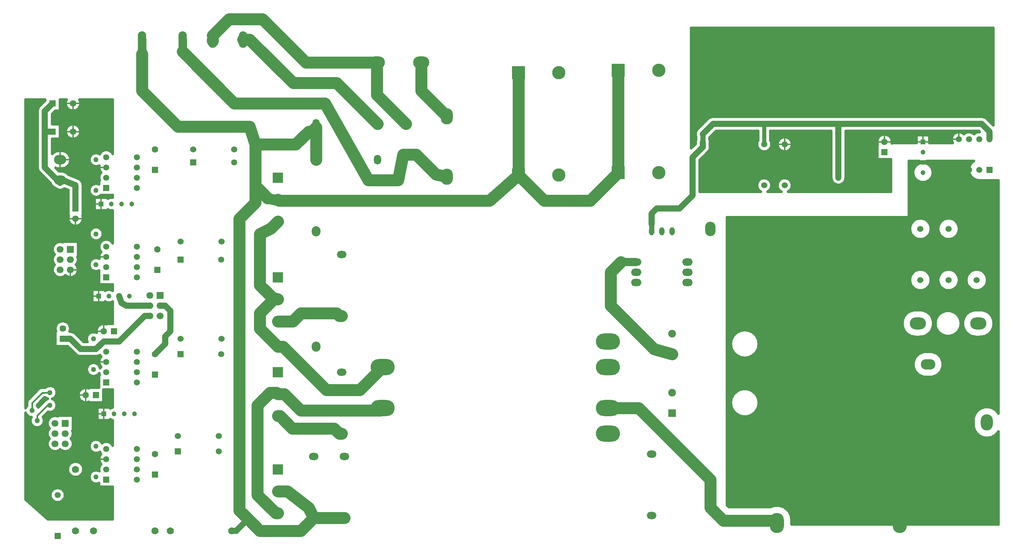
<source format=gbr>
G04 DipTrace 3.0.0.1*
G04 Top.gbr*
%MOMM*%
G04 #@! TF.FileFunction,Copper,L1,Top*
G04 #@! TF.Part,Single*
G04 #@! TA.AperFunction,Conductor*
%ADD13C,3.0*%
%ADD14C,2.096*%
%ADD15C,1.8*%
%ADD16C,2.6*%
G04 #@! TA.AperFunction,ViaPad*
%ADD17C,1.5*%
G04 #@! TA.AperFunction,ComponentPad*
%ADD18C,1.6*%
G04 #@! TA.AperFunction,Conductor*
%ADD20C,0.4*%
G04 #@! TA.AperFunction,ComponentPad*
%ADD21C,1.524*%
G04 #@! TA.AperFunction,Conductor*
%ADD22C,2.0*%
%ADD25C,1.0*%
G04 #@! TA.AperFunction,ViaPad*
%ADD26C,1.3*%
G04 #@! TA.AperFunction,ComponentPad*
%ADD27C,1.27*%
G04 #@! TA.AperFunction,CopperBalancing*
%ADD28C,0.635*%
%ADD29C,0.33*%
G04 #@! TA.AperFunction,ComponentPad*
%ADD30R,3.3X3.3*%
%ADD31C,3.3*%
%ADD32O,1.8X2.4*%
%ADD35R,1.6X1.6*%
%ADD36O,3.6X2.6*%
%ADD37O,2.6X3.6*%
%ADD38O,2.4X1.8*%
%ADD40R,1.5X1.5*%
%ADD41C,1.5*%
%ADD42O,2.096X4.096*%
%ADD43C,1.9*%
%ADD44R,1.9X1.9*%
%ADD45O,4.0X3.0*%
%ADD46O,3.0X4.0*%
%ADD47R,1.7X1.7*%
%ADD48C,1.7*%
%ADD49O,3.0X2.3*%
%ADD50R,1.62X1.62*%
%ADD51C,1.62*%
%ADD52O,3.5X5.0*%
%ADD53R,2.6X2.6*%
%ADD54C,2.6*%
%ADD55O,2.2X2.5*%
%ADD56C,1.524*%
%ADD58C,1.27*%
%ADD59C,1.778*%
%ADD60C,1.778*%
%ADD61O,6.0X4.0*%
%ADD63R,1.2X1.2*%
%ADD64C,1.2*%
%ADD65O,2.6X1.8*%
%ADD66O,1.3X2.0*%
%FSLAX35Y35*%
G04*
G71*
G90*
G75*
G01*
G04 Top*
%LPD*%
X6413500Y1360000D2*
D13*
X6646890D1*
X7175500Y952500D1*
X7302500Y698500D1*
X8064500D1*
X3048000Y12573000D2*
D14*
Y12218200D1*
D13*
Y11303000D1*
X3937000Y10414000D1*
X5715000D1*
X5853270Y9969500D1*
X6858000D1*
X7175080Y10286580D1*
D15*
X7366000Y10477500D1*
Y9588500D2*
D13*
Y10391763D1*
D15*
Y10477500D1*
X6413500Y8599000D2*
D16*
Y8572500D1*
X6159500Y8636000D1*
D13*
X5853270Y8942230D1*
Y9969500D1*
X12382500Y9207500D2*
Y11747500D1*
X14859000Y9271000D2*
Y11811000D1*
X12382500Y9207500D2*
X13017500Y8572500D1*
X14160500D1*
X14859000Y9271000D1*
X6413500Y8599000D2*
X6440000Y8572500D1*
X11662833D1*
X12382500Y9207500D1*
X5853270Y8942230D2*
Y8520270D1*
X5461000Y8128000D1*
Y889000D1*
X5676837Y673163D1*
X5969000Y381000D1*
X6984663D1*
X7302583Y698920D1*
D15*
Y698583D1*
X5270500Y381000D2*
D17*
X5384673D1*
X5676837Y673163D1*
X6413500Y6122500D2*
D13*
X6286500Y6159500D1*
X5969000Y6477000D1*
Y7747000D1*
X6246000Y7885500D1*
X6413500Y8053000D1*
Y6122500D2*
D16*
X6313000D1*
D13*
X5969000Y5778500D1*
Y5397500D1*
X6413500Y4953000D1*
X6540500D1*
X7620000Y3873500D1*
X8445500D1*
X9017000Y4445000D1*
X6413500Y814000D2*
X6361500D1*
X5905500Y1270000D1*
Y3492500D1*
X6223000Y3810000D1*
X6376500D1*
X6413500Y3773000D1*
X6577500D1*
X6985000Y3365500D1*
X8953500D1*
X9017000Y3429000D1*
X6413500Y5576500D2*
X6783000D1*
X6985000Y5778500D1*
X7366000D1*
X7874000D1*
X7937500Y5715000D1*
X8001000D1*
X1016000Y9080500D2*
D17*
Y9017000D1*
X635000Y9398000D1*
Y10287000D1*
Y10795000D1*
X825500Y10985500D1*
Y10287000D2*
X635000D1*
X1016000Y9080500D2*
X1079500D1*
X1397000Y8953500D1*
Y8382000D1*
X2476500Y6202000D2*
X2540000Y6032500D1*
X2654017Y5969000D1*
X3238500D1*
X5547400Y12573000D2*
D13*
X5715000D1*
X6794500Y11493500D1*
X7874000D1*
X8890000Y10477500D1*
X9969500Y12001500D2*
Y11303000D1*
X10604500Y10668000D1*
X4798060Y12573000D2*
Y12537440D1*
X8869500Y12001500D2*
Y11196500D1*
X9588500Y10477500D1*
X4798060Y12573000D2*
D14*
Y12672060D1*
D13*
X5207000Y13081000D1*
X6032500D1*
X7112000Y12001500D1*
X8869500D1*
X10604500Y9168000D2*
X10333890Y9224110D1*
X9842500Y9715500D1*
X9588500D1*
X9525000D1*
X9394947Y9080500D1*
X8655877D1*
X7585470Y10985500D1*
X5334000D1*
X4048760Y12270740D1*
D14*
Y12573000D1*
X14605000Y3429000D2*
D13*
X15367000D1*
X17145000Y1651000D1*
Y952500D1*
X17462500Y635000D1*
X18732500D1*
X18796000Y571500D1*
X16192500Y4762500D2*
X15748000Y4889500D1*
X14668500Y5969000D1*
Y6794500D1*
X14922500Y7048500D1*
D22*
X15303500D1*
X1079500Y5143500D2*
D17*
X1270000D1*
X1524000Y4889500D1*
X1905000D1*
X2095500Y5080000D1*
X2476500D1*
X3111500Y5715000D1*
X3238500D1*
X444500Y3111500D2*
D20*
Y3238500D1*
X698500Y3492500D1*
X762000D1*
X3492500Y5969000D2*
D17*
X3619500D1*
X3746500Y5842000D1*
Y5334000D1*
X3619500Y5207000D1*
Y5016500D1*
X3365500Y4762500D1*
X6413500Y3227000D2*
D13*
X6465500D1*
X6771500Y2921000D1*
X7366000D1*
X7810500D1*
X7937500Y2794000D1*
X8001000D1*
X16954500Y10160000D2*
D26*
Y10223500D1*
D17*
X17208500Y10477500D1*
X18478500D1*
X20320000D1*
X23876000D1*
X24066500Y10287000D1*
Y10096500D1*
X16954500Y10160000D2*
D26*
Y10020000D1*
D17*
Y9906000D1*
X16700500Y9652000D1*
Y8699500D1*
X16383000Y8382000D1*
X15811500D1*
X15684500Y8255000D1*
Y7985500D1*
D26*
Y7810500D1*
X20320000Y9144000D2*
D17*
Y10477500D1*
X18478500Y9969500D2*
D25*
Y10477500D1*
X317500Y3365500D2*
D20*
Y3556000D1*
X571500Y3810000D1*
X762000D1*
D26*
X23876000Y8699500D3*
X16954500Y10160000D3*
X20320000Y9144000D3*
X18986500Y9334500D3*
X762000Y3810000D3*
X317500Y3365500D3*
X762000Y3492500D3*
X444500Y3111500D3*
X2286000Y1143000D3*
D17*
X23812500Y10922000D3*
X19304000Y10223500D3*
Y10731500D3*
X22987000Y10096500D3*
X17970500Y11303000D3*
X16764000Y10922000D3*
D26*
X20320000Y10477500D3*
X22072662Y9493583D2*
D28*
X22308505D1*
X22522495D2*
X23601449D1*
X22072662Y9430417D2*
X22224045D1*
X22606955D2*
X23565234D1*
X22072662Y9367250D2*
X22184606D1*
X22646394D2*
X23548987D1*
X22072662Y9304083D2*
X22167118D1*
X22663882D2*
X23548615D1*
X22072662Y9240917D2*
X22166746D1*
X22664254D2*
X23564366D1*
X22072662Y9177750D2*
X22183365D1*
X22647635D2*
X23599589D1*
X22072662Y9114583D2*
X22221565D1*
X22609435D2*
X23668794D1*
X22072662Y9051417D2*
X22302056D1*
X22528944D2*
X24282338D1*
X22072662Y8988250D2*
X24282338D1*
X22072662Y8925083D2*
X24282338D1*
X22072662Y8861917D2*
X24282338D1*
X22072662Y8798750D2*
X24282338D1*
X22072662Y8735583D2*
X24282338D1*
X22072662Y8672417D2*
X24282338D1*
X22072662Y8609250D2*
X24282338D1*
X22072662Y8546083D2*
X24282338D1*
X22072662Y8482917D2*
X24282338D1*
X22072662Y8419750D2*
X24282338D1*
X22072662Y8356583D2*
X24282338D1*
X22072662Y8293417D2*
X24282338D1*
X22072662Y8230250D2*
X24282338D1*
X22072538Y8167083D2*
X24282338D1*
X17564162Y8103917D2*
X22223177D1*
X22480823D2*
X22921677D1*
X23179323D2*
X24282338D1*
X17564162Y8040750D2*
X22145538D1*
X22558462D2*
X22844038D1*
X23256962D2*
X24282338D1*
X17564162Y7977583D2*
X22106595D1*
X22597405D2*
X22805095D1*
X23295905D2*
X24282338D1*
X17564162Y7914417D2*
X22088363D1*
X22615637D2*
X22786863D1*
X23314137D2*
X24282338D1*
X17564162Y7851250D2*
X22086131D1*
X22617869D2*
X22784631D1*
X23316369D2*
X24282338D1*
X17564162Y7788083D2*
X22099774D1*
X22604226D2*
X22798274D1*
X23302726D2*
X24282338D1*
X17564162Y7724917D2*
X22132020D1*
X22571980D2*
X22830520D1*
X23270480D2*
X24282338D1*
X17564162Y7661750D2*
X22194651D1*
X22509349D2*
X22893151D1*
X23207849D2*
X24282338D1*
X17564162Y7598583D2*
X24282338D1*
X17564162Y7535417D2*
X24282338D1*
X17564162Y7472250D2*
X24282338D1*
X17564162Y7409083D2*
X24282338D1*
X17564162Y7345917D2*
X24282338D1*
X17564162Y7282750D2*
X24282338D1*
X17564162Y7219583D2*
X24282338D1*
X17564162Y7156417D2*
X24282338D1*
X17564162Y7093250D2*
X24282338D1*
X17564162Y7030083D2*
X24282338D1*
X17564162Y6966917D2*
X24282338D1*
X17564162Y6903750D2*
X24282338D1*
X17564162Y6840583D2*
X22236695D1*
X22467305D2*
X22935195D1*
X23165805D2*
X23633695D1*
X23864305D2*
X24282338D1*
X17564162Y6777417D2*
X22151243D1*
X22552757D2*
X22849743D1*
X23251257D2*
X23548243D1*
X23949757D2*
X24282338D1*
X17564162Y6714250D2*
X22109695D1*
X22594305D2*
X22808195D1*
X23292805D2*
X23506695D1*
X23991305D2*
X24282338D1*
X17564162Y6651083D2*
X22089480D1*
X22614520D2*
X22787980D1*
X23313020D2*
X23486480D1*
X24011520D2*
X24282338D1*
X17564162Y6587917D2*
X22085635D1*
X22618365D2*
X22784135D1*
X23316865D2*
X23482635D1*
X24015365D2*
X24282338D1*
X17564162Y6524750D2*
X22097541D1*
X22606459D2*
X22796041D1*
X23304959D2*
X23494541D1*
X24003459D2*
X24282338D1*
X17564162Y6461583D2*
X22127555D1*
X22576445D2*
X22826055D1*
X23274945D2*
X23524555D1*
X23973445D2*
X24282338D1*
X17564162Y6398417D2*
X22185722D1*
X22518278D2*
X22884222D1*
X23216778D2*
X23582722D1*
X23915278D2*
X24282338D1*
X17564162Y6335250D2*
X24282338D1*
X17564162Y6272083D2*
X24282338D1*
X17564162Y6208917D2*
X24282338D1*
X17564162Y6145750D2*
X24282338D1*
X17564162Y6082583D2*
X24282338D1*
X17564162Y6019417D2*
X24282338D1*
X17564162Y5956250D2*
X24282338D1*
X17564162Y5893083D2*
X24282338D1*
X17564162Y5829917D2*
X22096301D1*
X22480699D2*
X22958016D1*
X23119048D2*
X23596240D1*
X23980763D2*
X24282338D1*
X17564162Y5766750D2*
X22001795D1*
X22575205D2*
X22831884D1*
X23245056D2*
X23501734D1*
X24075268D2*
X24282338D1*
X17564162Y5703583D2*
X21949829D1*
X22627171D2*
X22773841D1*
X23303099D2*
X23449893D1*
X24127110D2*
X24282338D1*
X17564162Y5640417D2*
X21918575D1*
X22658425D2*
X22739983D1*
X23336957D2*
X23418639D1*
X24158364D2*
X24282338D1*
X17564162Y5577250D2*
X21902080D1*
X22674920D2*
X22722371D1*
X23354692D2*
X23402020D1*
X24174983D2*
X24282338D1*
X17564162Y5514083D2*
X21897987D1*
X22679013D2*
X22718047D1*
X23358909D2*
X23398051D1*
X24178952D2*
X24282338D1*
X17564162Y5450917D2*
X21906049D1*
X22670951D2*
X22726588D1*
X23350351D2*
X23406112D1*
X24170891D2*
X24282338D1*
X17564162Y5387750D2*
X21927133D1*
X22649867D2*
X22749160D1*
X23327779D2*
X23427072D1*
X24149931D2*
X24282338D1*
X17564162Y5324583D2*
X17836468D1*
X18156498D2*
X21964216D1*
X22612784D2*
X22789592D1*
X23287348D2*
X23464279D1*
X24112724D2*
X24282338D1*
X17564162Y5261417D2*
X17748163D1*
X18244803D2*
X22025856D1*
X22551144D2*
X22860161D1*
X23216778D2*
X23525919D1*
X24051084D2*
X24282338D1*
X17564162Y5198250D2*
X17697686D1*
X18295280D2*
X22159305D1*
X22417695D2*
X23659244D1*
X23917759D2*
X24282338D1*
X17564162Y5135083D2*
X17666928D1*
X18326038D2*
X24282338D1*
X17564162Y5071917D2*
X17650309D1*
X18342657D2*
X24282338D1*
X17564162Y5008750D2*
X17645968D1*
X18346998D2*
X24282338D1*
X17564162Y4945583D2*
X17653285D1*
X18339805D2*
X24282338D1*
X17564162Y4882417D2*
X17673005D1*
X18319961D2*
X24282338D1*
X17564162Y4819250D2*
X17707980D1*
X18284986D2*
X22439102D1*
X22645898D2*
X24282338D1*
X17564162Y4756083D2*
X17764906D1*
X18228059D2*
X22292506D1*
X22792494D2*
X24282338D1*
X17564162Y4692917D2*
X17872559D1*
X18120407D2*
X22231610D1*
X22853390D2*
X24282338D1*
X17564162Y4629750D2*
X22196140D1*
X22888860D2*
X24282338D1*
X17564162Y4566583D2*
X22177288D1*
X22907712D2*
X24282338D1*
X17564162Y4503417D2*
X22171955D1*
X22913045D2*
X24282338D1*
X17564162Y4440250D2*
X22179397D1*
X22905603D2*
X24282338D1*
X17564162Y4377083D2*
X22200605D1*
X22884395D2*
X24282338D1*
X17564162Y4313917D2*
X22239300D1*
X22845700D2*
X24282338D1*
X17564162Y4250750D2*
X22306273D1*
X22778727D2*
X24282338D1*
X17564162Y4187583D2*
X24282338D1*
X17564162Y4124417D2*
X24282338D1*
X17564162Y4061250D2*
X24282338D1*
X17564162Y3998083D2*
X24282338D1*
X17564162Y3934917D2*
X24282338D1*
X17564162Y3871750D2*
X17852839D1*
X18140127D2*
X24282338D1*
X17564162Y3808583D2*
X17756225D1*
X18236865D2*
X24282338D1*
X17564162Y3745417D2*
X17702647D1*
X18290319D2*
X24282338D1*
X17564162Y3682250D2*
X17669904D1*
X18323185D2*
X24282338D1*
X17564162Y3619083D2*
X17651673D1*
X18341293D2*
X24282338D1*
X17564162Y3555917D2*
X17645844D1*
X18347122D2*
X24282338D1*
X17564162Y3492750D2*
X17651673D1*
X18341293D2*
X24282338D1*
X17564162Y3429583D2*
X17669904D1*
X18323061D2*
X23874301D1*
X24131699D2*
X24282338D1*
X17564162Y3366417D2*
X17702771D1*
X18290195D2*
X23772354D1*
X24233646D2*
X24282280D1*
X17564162Y3303250D2*
X17756349D1*
X18236617D2*
X23718031D1*
X17564162Y3240083D2*
X17853335D1*
X18139755D2*
X23685289D1*
X17564162Y3176917D2*
X23667554D1*
X17564162Y3113750D2*
X23662345D1*
X17564162Y3050583D2*
X23662345D1*
X17564162Y2987417D2*
X23663833D1*
X17564162Y2924250D2*
X23675863D1*
X17564162Y2861083D2*
X23701784D1*
X17564162Y2797917D2*
X23745441D1*
X24260559D2*
X24282333D1*
X17564162Y2734750D2*
X23819855D1*
X24186145D2*
X24282338D1*
X17564162Y2671583D2*
X24282338D1*
X17564162Y2608417D2*
X24282338D1*
X17564162Y2545250D2*
X24282338D1*
X17564162Y2482083D2*
X24282338D1*
X17564162Y2418917D2*
X24282338D1*
X17564162Y2355750D2*
X24282338D1*
X17564162Y2292583D2*
X24282338D1*
X17564162Y2229417D2*
X24282338D1*
X17564162Y2166250D2*
X24282338D1*
X17564162Y2103083D2*
X24282338D1*
X17564162Y2039917D2*
X24282338D1*
X17564162Y1976750D2*
X24282338D1*
X17564162Y1913583D2*
X24282338D1*
X17564162Y1850417D2*
X24282338D1*
X17564162Y1787250D2*
X24282338D1*
X17564162Y1724083D2*
X24282338D1*
X17564162Y1660917D2*
X24282338D1*
X17564162Y1597750D2*
X24282338D1*
X17564162Y1534583D2*
X24282338D1*
X17564162Y1471417D2*
X24282338D1*
X17564162Y1408250D2*
X24282338D1*
X17564162Y1345083D2*
X24282338D1*
X17564162Y1281917D2*
X24282338D1*
X17564162Y1218750D2*
X24282338D1*
X17564162Y1155583D2*
X24282338D1*
X17564162Y1092417D2*
X24282338D1*
X17564162Y1029250D2*
X24282338D1*
X18966495Y966083D2*
X24282338D1*
X19054056Y902917D2*
X24282338D1*
X19105277Y839750D2*
X24282338D1*
X19137275Y776583D2*
X24282338D1*
X19155383Y713417D2*
X24282338D1*
X19161584Y650250D2*
X24282338D1*
X19161584Y587083D2*
X24282338D1*
X22492596Y4194214D2*
X22467841Y4195179D1*
X22443334Y4198079D1*
X22419130Y4202894D1*
X22395379Y4209592D1*
X22372226Y4218134D1*
X22349815Y4228466D1*
X22328284Y4240524D1*
X22307765Y4254234D1*
X22288385Y4269512D1*
X22270263Y4286263D1*
X22253512Y4304385D1*
X22238234Y4323765D1*
X22224524Y4344284D1*
X22212466Y4365815D1*
X22202134Y4388226D1*
X22193592Y4411379D1*
X22186894Y4435130D1*
X22182079Y4459334D1*
X22179179Y4483841D1*
X22178210Y4508500D1*
X22179179Y4533159D1*
X22182079Y4557666D1*
X22186894Y4581870D1*
X22193592Y4605621D1*
X22202134Y4628774D1*
X22212466Y4651185D1*
X22224524Y4672716D1*
X22238234Y4693235D1*
X22253512Y4712615D1*
X22270263Y4730737D1*
X22288385Y4747488D1*
X22307765Y4762766D1*
X22328284Y4776476D1*
X22349815Y4788534D1*
X22372226Y4798866D1*
X22395379Y4807408D1*
X22419130Y4814106D1*
X22443334Y4818921D1*
X22467841Y4821821D1*
X22524250Y4822790D1*
X22617159Y4821821D1*
X22641666Y4818921D1*
X22665870Y4814106D1*
X22689621Y4807408D1*
X22712774Y4798866D1*
X22735185Y4788534D1*
X22756716Y4776476D1*
X22777235Y4762766D1*
X22796615Y4747488D1*
X22814737Y4730737D1*
X22831488Y4712615D1*
X22846766Y4693235D1*
X22860476Y4672716D1*
X22872534Y4651185D1*
X22882866Y4628774D1*
X22891408Y4605621D1*
X22898106Y4581870D1*
X22902921Y4557666D1*
X22905821Y4533159D1*
X22906790Y4508500D1*
X22905821Y4483841D1*
X22902921Y4459334D1*
X22898106Y4435130D1*
X22891408Y4411379D1*
X22882866Y4388226D1*
X22872534Y4365815D1*
X22860476Y4344284D1*
X22846766Y4323765D1*
X22831488Y4304385D1*
X22814737Y4286263D1*
X22796615Y4269512D1*
X22777235Y4254234D1*
X22756716Y4240524D1*
X22735185Y4228466D1*
X22712774Y4218134D1*
X22689621Y4209592D1*
X22665870Y4202894D1*
X22641666Y4198079D1*
X22617159Y4195179D1*
X22560750Y4194210D1*
X22492500Y4194334D1*
X18339729Y4989487D2*
X18336551Y4962641D1*
X18331277Y4936127D1*
X18323939Y4910109D1*
X18314582Y4884746D1*
X18303265Y4860196D1*
X18290055Y4836609D1*
X18275036Y4814131D1*
X18258300Y4792902D1*
X18239950Y4773050D1*
X18220098Y4754700D1*
X18198869Y4737964D1*
X18176391Y4722945D1*
X18152804Y4709735D1*
X18128254Y4698418D1*
X18102891Y4689061D1*
X18076873Y4681723D1*
X18050359Y4676449D1*
X18023513Y4673271D1*
X17996500Y4672210D1*
X17969487Y4673271D1*
X17942641Y4676449D1*
X17916127Y4681723D1*
X17890109Y4689061D1*
X17864746Y4698418D1*
X17840196Y4709735D1*
X17816609Y4722945D1*
X17794131Y4737964D1*
X17772902Y4754700D1*
X17753050Y4773050D1*
X17734700Y4792902D1*
X17717964Y4814131D1*
X17702945Y4836609D1*
X17689735Y4860196D1*
X17678418Y4884746D1*
X17669061Y4910109D1*
X17661723Y4936127D1*
X17656449Y4962641D1*
X17653271Y4989487D1*
X17652210Y5016500D1*
X17653271Y5043513D1*
X17656449Y5070359D1*
X17661723Y5096873D1*
X17669061Y5122891D1*
X17678418Y5148254D1*
X17689735Y5172804D1*
X17702945Y5196391D1*
X17717964Y5218869D1*
X17734700Y5240098D1*
X17753050Y5259950D1*
X17772902Y5278300D1*
X17794131Y5295036D1*
X17816609Y5310055D1*
X17840196Y5323265D1*
X17864746Y5334582D1*
X17890109Y5343939D1*
X17916127Y5351277D1*
X17942641Y5356551D1*
X17969487Y5359729D1*
X17996500Y5360790D1*
X18023513Y5359729D1*
X18050359Y5356551D1*
X18076873Y5351277D1*
X18102891Y5343939D1*
X18128254Y5334582D1*
X18152804Y5323265D1*
X18176391Y5310055D1*
X18198869Y5295036D1*
X18220098Y5278300D1*
X18239950Y5259950D1*
X18258300Y5240098D1*
X18275036Y5218869D1*
X18290055Y5196391D1*
X18303265Y5172804D1*
X18314582Y5148254D1*
X18323939Y5122891D1*
X18331277Y5096873D1*
X18336551Y5070359D1*
X18339729Y5043513D1*
X18340790Y5016500D1*
X18339729Y4989487D1*
Y3528987D2*
X18336551Y3502141D1*
X18331277Y3475627D1*
X18323939Y3449609D1*
X18314582Y3424246D1*
X18303265Y3399696D1*
X18290055Y3376109D1*
X18275036Y3353631D1*
X18258300Y3332402D1*
X18239950Y3312550D1*
X18220098Y3294200D1*
X18198869Y3277464D1*
X18176391Y3262445D1*
X18152804Y3249235D1*
X18128254Y3237918D1*
X18102891Y3228561D1*
X18076873Y3221223D1*
X18050359Y3215949D1*
X18023513Y3212771D1*
X17996500Y3211710D1*
X17969487Y3212771D1*
X17942641Y3215949D1*
X17916127Y3221223D1*
X17890109Y3228561D1*
X17864746Y3237918D1*
X17840196Y3249235D1*
X17816609Y3262445D1*
X17794131Y3277464D1*
X17772902Y3294200D1*
X17753050Y3312550D1*
X17734700Y3332402D1*
X17717964Y3353631D1*
X17702945Y3376109D1*
X17689735Y3399696D1*
X17678418Y3424246D1*
X17669061Y3449609D1*
X17661723Y3475627D1*
X17656449Y3502141D1*
X17653271Y3528987D1*
X17652210Y3556000D1*
X17653271Y3583013D1*
X17656449Y3609859D1*
X17661723Y3636373D1*
X17669061Y3662391D1*
X17678418Y3687754D1*
X17689735Y3712304D1*
X17702945Y3735891D1*
X17717964Y3758369D1*
X17734700Y3779598D1*
X17753050Y3799450D1*
X17772902Y3817800D1*
X17794131Y3834536D1*
X17816609Y3849555D1*
X17840196Y3862765D1*
X17864746Y3874082D1*
X17890109Y3883439D1*
X17916127Y3890777D1*
X17942641Y3896051D1*
X17969487Y3899229D1*
X17996500Y3900290D1*
X18023513Y3899229D1*
X18050359Y3896051D1*
X18076873Y3890777D1*
X18102891Y3883439D1*
X18128254Y3874082D1*
X18152804Y3862765D1*
X18176391Y3849555D1*
X18198869Y3834536D1*
X18220098Y3817800D1*
X18239950Y3799450D1*
X18258300Y3779598D1*
X18275036Y3758369D1*
X18290055Y3735891D1*
X18303265Y3712304D1*
X18314582Y3687754D1*
X18323939Y3662391D1*
X18331277Y3636373D1*
X18336551Y3609859D1*
X18339729Y3583013D1*
X18340790Y3556000D1*
X18339729Y3528987D1*
X22238602Y5190214D2*
X22212272Y5191241D1*
X22186206Y5194326D1*
X22160462Y5199446D1*
X22135199Y5206571D1*
X22110573Y5215656D1*
X22086736Y5226645D1*
X22063834Y5239471D1*
X22042009Y5254054D1*
X22021396Y5270304D1*
X22002121Y5288121D1*
X21984304Y5307396D1*
X21968054Y5328009D1*
X21953471Y5349834D1*
X21940645Y5372736D1*
X21929656Y5396573D1*
X21920571Y5421199D1*
X21913446Y5446462D1*
X21908326Y5472206D1*
X21905241Y5498272D1*
X21904210Y5524500D1*
X21905241Y5550728D1*
X21908326Y5576794D1*
X21913446Y5602538D1*
X21920571Y5627801D1*
X21929656Y5652427D1*
X21940645Y5676264D1*
X21953471Y5699166D1*
X21968054Y5720991D1*
X21984304Y5741604D1*
X22002121Y5760879D1*
X22021396Y5778696D1*
X22042009Y5794946D1*
X22063834Y5809529D1*
X22086736Y5822355D1*
X22110573Y5833344D1*
X22135199Y5842429D1*
X22160462Y5849554D1*
X22186206Y5854674D1*
X22212272Y5857759D1*
X22270250Y5858790D1*
X22364728Y5857759D1*
X22390794Y5854674D1*
X22416538Y5849554D1*
X22441801Y5842429D1*
X22466427Y5833344D1*
X22490264Y5822355D1*
X22513166Y5809529D1*
X22534991Y5794946D1*
X22555604Y5778696D1*
X22574879Y5760879D1*
X22592696Y5741604D1*
X22608946Y5720991D1*
X22623529Y5699166D1*
X22636355Y5676264D1*
X22647344Y5652427D1*
X22656429Y5627801D1*
X22663554Y5602538D1*
X22668674Y5576794D1*
X22671759Y5550728D1*
X22672790Y5524500D1*
X22671759Y5498272D1*
X22668674Y5472206D1*
X22663554Y5446462D1*
X22656429Y5421199D1*
X22647344Y5396573D1*
X22636355Y5372736D1*
X22623529Y5349834D1*
X22608946Y5328009D1*
X22592696Y5307396D1*
X22574879Y5288121D1*
X22555604Y5270304D1*
X22534991Y5254054D1*
X22513166Y5239471D1*
X22490264Y5226645D1*
X22466427Y5215656D1*
X22441801Y5206571D1*
X22416538Y5199446D1*
X22390794Y5194326D1*
X22364728Y5191241D1*
X22306750Y5190210D1*
X22238500Y5190334D1*
X23738602Y5190214D2*
X23712272Y5191241D1*
X23686206Y5194326D1*
X23660462Y5199446D1*
X23635199Y5206571D1*
X23610573Y5215656D1*
X23586736Y5226645D1*
X23563834Y5239471D1*
X23542009Y5254054D1*
X23521396Y5270304D1*
X23502121Y5288121D1*
X23484304Y5307396D1*
X23468054Y5328009D1*
X23453471Y5349834D1*
X23440645Y5372736D1*
X23429656Y5396573D1*
X23420571Y5421199D1*
X23413446Y5446462D1*
X23408326Y5472206D1*
X23405241Y5498272D1*
X23404210Y5524500D1*
X23405241Y5550728D1*
X23408326Y5576794D1*
X23413446Y5602538D1*
X23420571Y5627801D1*
X23429656Y5652427D1*
X23440645Y5676264D1*
X23453471Y5699166D1*
X23468054Y5720991D1*
X23484304Y5741604D1*
X23502121Y5760879D1*
X23521396Y5778696D1*
X23542009Y5794946D1*
X23563834Y5809529D1*
X23586736Y5822355D1*
X23610573Y5833344D1*
X23635199Y5842429D1*
X23660462Y5849554D1*
X23686206Y5854674D1*
X23712272Y5857759D1*
X23770250Y5858790D1*
X23864728Y5857759D1*
X23890794Y5854674D1*
X23916538Y5849554D1*
X23941801Y5842429D1*
X23966427Y5833344D1*
X23990264Y5822355D1*
X24013166Y5809529D1*
X24034991Y5794946D1*
X24055604Y5778696D1*
X24074879Y5760879D1*
X24092696Y5741604D1*
X24108946Y5720991D1*
X24123529Y5699166D1*
X24136355Y5676264D1*
X24147344Y5652427D1*
X24156429Y5627801D1*
X24163554Y5602538D1*
X24168674Y5576794D1*
X24171759Y5550728D1*
X24172790Y5524500D1*
X24171759Y5498272D1*
X24168674Y5472206D1*
X24163554Y5446462D1*
X24156429Y5421199D1*
X24147344Y5396573D1*
X24136355Y5372736D1*
X24123529Y5349834D1*
X24108946Y5328009D1*
X24092696Y5307396D1*
X24074879Y5288121D1*
X24055604Y5270304D1*
X24034991Y5254054D1*
X24013166Y5239471D1*
X23990264Y5226645D1*
X23966427Y5215656D1*
X23941801Y5206571D1*
X23916538Y5199446D1*
X23890794Y5194326D1*
X23864728Y5191241D1*
X23806750Y5190210D1*
X23738500Y5190334D1*
X23351821Y5499841D2*
X23348921Y5475334D1*
X23344106Y5451130D1*
X23337408Y5427379D1*
X23328866Y5404226D1*
X23318534Y5381815D1*
X23306476Y5360284D1*
X23292766Y5339765D1*
X23277488Y5320385D1*
X23260737Y5302263D1*
X23242615Y5285512D1*
X23223235Y5270234D1*
X23202716Y5256524D1*
X23181185Y5244466D1*
X23158774Y5234134D1*
X23135621Y5225592D1*
X23111870Y5218894D1*
X23087666Y5214079D1*
X23063159Y5211179D1*
X23038500Y5210210D1*
X23013841Y5211179D1*
X22989334Y5214079D1*
X22965130Y5218894D1*
X22941379Y5225592D1*
X22918226Y5234134D1*
X22895815Y5244466D1*
X22874284Y5256524D1*
X22853765Y5270234D1*
X22834385Y5285512D1*
X22816263Y5302263D1*
X22799512Y5320385D1*
X22784234Y5339765D1*
X22770524Y5360284D1*
X22758466Y5381815D1*
X22748134Y5404226D1*
X22739592Y5427379D1*
X22732894Y5451130D1*
X22728079Y5475334D1*
X22725179Y5499841D1*
X22724210Y5524500D1*
X22725179Y5549159D1*
X22728079Y5573666D1*
X22732894Y5597870D1*
X22739592Y5621621D1*
X22748134Y5644774D1*
X22758466Y5667185D1*
X22770524Y5688716D1*
X22784234Y5709235D1*
X22799512Y5728615D1*
X22816263Y5746737D1*
X22834385Y5763488D1*
X22853765Y5778766D1*
X22874284Y5792476D1*
X22895815Y5804534D1*
X22918226Y5814866D1*
X22941379Y5823408D1*
X22965130Y5830106D1*
X22989334Y5834921D1*
X23013841Y5837821D1*
X23038500Y5838790D1*
X23063159Y5837821D1*
X23087666Y5834921D1*
X23111870Y5830106D1*
X23135621Y5823408D1*
X23158774Y5814866D1*
X23181185Y5804534D1*
X23202716Y5792476D1*
X23223235Y5778766D1*
X23242615Y5763488D1*
X23260737Y5746737D1*
X23277488Y5728615D1*
X23292766Y5709235D1*
X23306476Y5688716D1*
X23318534Y5667185D1*
X23328866Y5644774D1*
X23337408Y5621621D1*
X23344106Y5597870D1*
X23348921Y5573666D1*
X23351821Y5549159D1*
X23352790Y5524500D1*
X23351821Y5499841D1*
X23668714Y3118398D2*
X23669741Y3144728D1*
X23672826Y3170794D1*
X23677946Y3196538D1*
X23685071Y3221801D1*
X23694156Y3246427D1*
X23705145Y3270264D1*
X23717971Y3293166D1*
X23732554Y3314991D1*
X23748804Y3335604D1*
X23766621Y3354879D1*
X23785896Y3372696D1*
X23806509Y3388946D1*
X23828334Y3403529D1*
X23851236Y3416355D1*
X23875073Y3427344D1*
X23899699Y3436429D1*
X23924962Y3443554D1*
X23950706Y3448674D1*
X23976772Y3451759D1*
X24003000Y3452790D1*
X24029228Y3451759D1*
X24055294Y3448674D1*
X24081038Y3443554D1*
X24106301Y3436429D1*
X24130927Y3427344D1*
X24154764Y3416355D1*
X24177666Y3403529D1*
X24199491Y3388946D1*
X24220104Y3372696D1*
X24239379Y3354879D1*
X24257196Y3335604D1*
X24273446Y3314991D1*
X24288781Y3291824D1*
X24288750Y9075167D1*
X23807210Y9075334D1*
X23771938Y9078402D1*
X23751970Y9082374D1*
X23732375Y9087901D1*
X23713274Y9094947D1*
X23694785Y9103471D1*
X23677021Y9113419D1*
X23660093Y9124730D1*
X23644105Y9137334D1*
X23629154Y9151154D1*
X23615334Y9166105D1*
X23602730Y9182093D1*
X23591419Y9199021D1*
X23581471Y9216785D1*
X23572947Y9235274D1*
X23565901Y9254375D1*
X23560374Y9273970D1*
X23556402Y9293938D1*
X23554009Y9314156D1*
X23553210Y9334500D1*
X23554009Y9354844D1*
X23556402Y9375062D1*
X23560374Y9395030D1*
X23565901Y9414625D1*
X23572947Y9433726D1*
X23581471Y9452215D1*
X23591419Y9469979D1*
X23602730Y9486907D1*
X23615334Y9502895D1*
X23629154Y9517846D1*
X23644105Y9531666D1*
X23660093Y9544270D1*
X23679172Y9556786D1*
X22516827Y9556750D1*
X22490990Y9546666D1*
X22453715Y9537718D1*
X22415500Y9534710D1*
X22377285Y9537718D1*
X22340010Y9546666D1*
X22314597Y9556725D1*
X22066374Y9556750D1*
X22066152Y8189009D1*
X22063833Y8179350D1*
X22058643Y8170880D1*
X22051089Y8164428D1*
X22041912Y8160627D1*
X22034500Y8159750D1*
X17557874D1*
X17557750Y1012403D1*
X17600886Y969371D1*
X18638118Y969290D1*
X18658506Y978441D1*
X18684973Y988205D1*
X18712125Y995863D1*
X18739795Y1001367D1*
X18767810Y1004682D1*
X18796000Y1005790D1*
X18824190Y1004682D1*
X18852205Y1001367D1*
X18879875Y995863D1*
X18907027Y988205D1*
X18933494Y978441D1*
X18959114Y966630D1*
X18983729Y952845D1*
X19007185Y937172D1*
X19029340Y919706D1*
X19050056Y900556D1*
X19069206Y879840D1*
X19086672Y857685D1*
X19102345Y834229D1*
X19116130Y809614D1*
X19127941Y783994D1*
X19137705Y757527D1*
X19145363Y730375D1*
X19150867Y702705D1*
X19154182Y674690D1*
X19155290Y614750D1*
Y539716D1*
X24288626Y539750D1*
X24288750Y2844974D1*
X24273446Y2822009D1*
X24257196Y2801396D1*
X24239379Y2782121D1*
X24220104Y2764304D1*
X24199491Y2748054D1*
X24177666Y2733471D1*
X24154764Y2720645D1*
X24130927Y2709656D1*
X24106301Y2700571D1*
X24081038Y2693446D1*
X24055294Y2688326D1*
X24029228Y2685241D1*
X24003000Y2684210D1*
X23976772Y2685241D1*
X23950706Y2688326D1*
X23924962Y2693446D1*
X23899699Y2700571D1*
X23875073Y2709656D1*
X23851236Y2720645D1*
X23828334Y2733471D1*
X23806509Y2748054D1*
X23785896Y2764304D1*
X23766621Y2782121D1*
X23748804Y2801396D1*
X23732554Y2822009D1*
X23717971Y2843834D1*
X23705145Y2866736D1*
X23694156Y2890573D1*
X23685071Y2915199D1*
X23677946Y2940462D1*
X23672826Y2966206D1*
X23669741Y2992272D1*
X23668710Y3050250D1*
Y3118184D1*
X22611687Y6583562D2*
X22609283Y6563250D1*
X22605293Y6543190D1*
X22599741Y6523504D1*
X22592661Y6504315D1*
X22584098Y6485740D1*
X22574104Y6467894D1*
X22562741Y6450888D1*
X22550078Y6434825D1*
X22536194Y6419806D1*
X22521175Y6405922D1*
X22505112Y6393259D1*
X22488106Y6381896D1*
X22470260Y6371902D1*
X22451685Y6363339D1*
X22432496Y6356259D1*
X22412810Y6350707D1*
X22392750Y6346717D1*
X22372438Y6344313D1*
X22352000Y6343510D1*
X22331562Y6344313D1*
X22311250Y6346717D1*
X22291190Y6350707D1*
X22271504Y6356259D1*
X22252315Y6363339D1*
X22233740Y6371902D1*
X22215894Y6381896D1*
X22198888Y6393259D1*
X22182825Y6405922D1*
X22167806Y6419806D1*
X22153922Y6434825D1*
X22141259Y6450888D1*
X22129896Y6467894D1*
X22119902Y6485740D1*
X22111339Y6504315D1*
X22104259Y6523504D1*
X22098707Y6543190D1*
X22094717Y6563250D1*
X22092313Y6583562D1*
X22091510Y6604000D1*
X22092313Y6624438D1*
X22094717Y6644750D1*
X22098707Y6664810D1*
X22104259Y6684496D1*
X22111339Y6703685D1*
X22119902Y6722260D1*
X22129896Y6740106D1*
X22141259Y6757112D1*
X22153922Y6773175D1*
X22167806Y6788194D1*
X22182825Y6802078D1*
X22198888Y6814741D1*
X22215894Y6826104D1*
X22233740Y6836098D1*
X22252315Y6844661D1*
X22271504Y6851741D1*
X22291190Y6857293D1*
X22311250Y6861283D1*
X22331562Y6863687D1*
X22352000Y6864490D1*
X22372438Y6863687D1*
X22392750Y6861283D1*
X22412810Y6857293D1*
X22432496Y6851741D1*
X22451685Y6844661D1*
X22470260Y6836098D1*
X22488106Y6826104D1*
X22505112Y6814741D1*
X22521175Y6802078D1*
X22536194Y6788194D1*
X22550078Y6773175D1*
X22562741Y6757112D1*
X22574104Y6740106D1*
X22584098Y6722260D1*
X22592661Y6703685D1*
X22599741Y6684496D1*
X22605293Y6664810D1*
X22609283Y6644750D1*
X22611687Y6624438D1*
X22612490Y6604000D1*
X22611687Y6583562D1*
Y7853562D2*
X22609283Y7833250D1*
X22605293Y7813190D1*
X22599741Y7793504D1*
X22592661Y7774315D1*
X22584098Y7755740D1*
X22574104Y7737894D1*
X22562741Y7720888D1*
X22550078Y7704825D1*
X22536194Y7689806D1*
X22521175Y7675922D1*
X22505112Y7663259D1*
X22488106Y7651896D1*
X22470260Y7641902D1*
X22451685Y7633339D1*
X22432496Y7626259D1*
X22412810Y7620707D1*
X22392750Y7616717D1*
X22372438Y7614313D1*
X22352000Y7613510D1*
X22331562Y7614313D1*
X22311250Y7616717D1*
X22291190Y7620707D1*
X22271504Y7626259D1*
X22252315Y7633339D1*
X22233740Y7641902D1*
X22215894Y7651896D1*
X22198888Y7663259D1*
X22182825Y7675922D1*
X22167806Y7689806D1*
X22153922Y7704825D1*
X22141259Y7720888D1*
X22129896Y7737894D1*
X22119902Y7755740D1*
X22111339Y7774315D1*
X22104259Y7793504D1*
X22098707Y7813190D1*
X22094717Y7833250D1*
X22092313Y7853562D1*
X22091510Y7874000D1*
X22092313Y7894438D1*
X22094717Y7914750D1*
X22098707Y7934810D1*
X22104259Y7954496D1*
X22111339Y7973685D1*
X22119902Y7992260D1*
X22129896Y8010106D1*
X22141259Y8027112D1*
X22153922Y8043175D1*
X22167806Y8058194D1*
X22182825Y8072078D1*
X22198888Y8084741D1*
X22215894Y8096104D1*
X22233740Y8106098D1*
X22252315Y8114661D1*
X22271504Y8121741D1*
X22291190Y8127293D1*
X22311250Y8131283D1*
X22331562Y8133687D1*
X22352000Y8134490D1*
X22372438Y8133687D1*
X22392750Y8131283D1*
X22412810Y8127293D1*
X22432496Y8121741D1*
X22451685Y8114661D1*
X22470260Y8106098D1*
X22488106Y8096104D1*
X22505112Y8084741D1*
X22521175Y8072078D1*
X22536194Y8058194D1*
X22550078Y8043175D1*
X22562741Y8027112D1*
X22574104Y8010106D1*
X22584098Y7992260D1*
X22592661Y7973685D1*
X22599741Y7954496D1*
X22605293Y7934810D1*
X22609283Y7914750D1*
X22611687Y7894438D1*
X22612490Y7874000D1*
X22611687Y7853562D1*
X23310187Y6583562D2*
X23307783Y6563250D1*
X23303793Y6543190D1*
X23298241Y6523504D1*
X23291161Y6504315D1*
X23282598Y6485740D1*
X23272604Y6467894D1*
X23261241Y6450888D1*
X23248578Y6434825D1*
X23234694Y6419806D1*
X23219675Y6405922D1*
X23203612Y6393259D1*
X23186606Y6381896D1*
X23168760Y6371902D1*
X23150185Y6363339D1*
X23130996Y6356259D1*
X23111310Y6350707D1*
X23091250Y6346717D1*
X23070938Y6344313D1*
X23050500Y6343510D1*
X23030062Y6344313D1*
X23009750Y6346717D1*
X22989690Y6350707D1*
X22970004Y6356259D1*
X22950815Y6363339D1*
X22932240Y6371902D1*
X22914394Y6381896D1*
X22897388Y6393259D1*
X22881325Y6405922D1*
X22866306Y6419806D1*
X22852422Y6434825D1*
X22839759Y6450888D1*
X22828396Y6467894D1*
X22818402Y6485740D1*
X22809839Y6504315D1*
X22802759Y6523504D1*
X22797207Y6543190D1*
X22793217Y6563250D1*
X22790813Y6583562D1*
X22790010Y6604000D1*
X22790813Y6624438D1*
X22793217Y6644750D1*
X22797207Y6664810D1*
X22802759Y6684496D1*
X22809839Y6703685D1*
X22818402Y6722260D1*
X22828396Y6740106D1*
X22839759Y6757112D1*
X22852422Y6773175D1*
X22866306Y6788194D1*
X22881325Y6802078D1*
X22897388Y6814741D1*
X22914394Y6826104D1*
X22932240Y6836098D1*
X22950815Y6844661D1*
X22970004Y6851741D1*
X22989690Y6857293D1*
X23009750Y6861283D1*
X23030062Y6863687D1*
X23050500Y6864490D1*
X23070938Y6863687D1*
X23091250Y6861283D1*
X23111310Y6857293D1*
X23130996Y6851741D1*
X23150185Y6844661D1*
X23168760Y6836098D1*
X23186606Y6826104D1*
X23203612Y6814741D1*
X23219675Y6802078D1*
X23234694Y6788194D1*
X23248578Y6773175D1*
X23261241Y6757112D1*
X23272604Y6740106D1*
X23282598Y6722260D1*
X23291161Y6703685D1*
X23298241Y6684496D1*
X23303793Y6664810D1*
X23307783Y6644750D1*
X23310187Y6624438D1*
X23310990Y6604000D1*
X23310187Y6583562D1*
Y7853562D2*
X23307783Y7833250D1*
X23303793Y7813190D1*
X23298241Y7793504D1*
X23291161Y7774315D1*
X23282598Y7755740D1*
X23272604Y7737894D1*
X23261241Y7720888D1*
X23248578Y7704825D1*
X23234694Y7689806D1*
X23219675Y7675922D1*
X23203612Y7663259D1*
X23186606Y7651896D1*
X23168760Y7641902D1*
X23150185Y7633339D1*
X23130996Y7626259D1*
X23111310Y7620707D1*
X23091250Y7616717D1*
X23070938Y7614313D1*
X23050500Y7613510D1*
X23030062Y7614313D1*
X23009750Y7616717D1*
X22989690Y7620707D1*
X22970004Y7626259D1*
X22950815Y7633339D1*
X22932240Y7641902D1*
X22914394Y7651896D1*
X22897388Y7663259D1*
X22881325Y7675922D1*
X22866306Y7689806D1*
X22852422Y7704825D1*
X22839759Y7720888D1*
X22828396Y7737894D1*
X22818402Y7755740D1*
X22809839Y7774315D1*
X22802759Y7793504D1*
X22797207Y7813190D1*
X22793217Y7833250D1*
X22790813Y7853562D1*
X22790010Y7874000D1*
X22790813Y7894438D1*
X22793217Y7914750D1*
X22797207Y7934810D1*
X22802759Y7954496D1*
X22809839Y7973685D1*
X22818402Y7992260D1*
X22828396Y8010106D1*
X22839759Y8027112D1*
X22852422Y8043175D1*
X22866306Y8058194D1*
X22881325Y8072078D1*
X22897388Y8084741D1*
X22914394Y8096104D1*
X22932240Y8106098D1*
X22950815Y8114661D1*
X22970004Y8121741D1*
X22989690Y8127293D1*
X23009750Y8131283D1*
X23030062Y8133687D1*
X23050500Y8134490D1*
X23070938Y8133687D1*
X23091250Y8131283D1*
X23111310Y8127293D1*
X23130996Y8121741D1*
X23150185Y8114661D1*
X23168760Y8106098D1*
X23186606Y8096104D1*
X23203612Y8084741D1*
X23219675Y8072078D1*
X23234694Y8058194D1*
X23248578Y8043175D1*
X23261241Y8027112D1*
X23272604Y8010106D1*
X23282598Y7992260D1*
X23291161Y7973685D1*
X23298241Y7954496D1*
X23303793Y7934810D1*
X23307783Y7914750D1*
X23310187Y7894438D1*
X23310990Y7874000D1*
X23310187Y7853562D1*
X24008687Y6583562D2*
X24006283Y6563250D1*
X24002293Y6543190D1*
X23996741Y6523504D1*
X23989661Y6504315D1*
X23981098Y6485740D1*
X23971104Y6467894D1*
X23959741Y6450888D1*
X23947078Y6434825D1*
X23933194Y6419806D1*
X23918175Y6405922D1*
X23902112Y6393259D1*
X23885106Y6381896D1*
X23867260Y6371902D1*
X23848685Y6363339D1*
X23829496Y6356259D1*
X23809810Y6350707D1*
X23789750Y6346717D1*
X23769438Y6344313D1*
X23749000Y6343510D1*
X23728562Y6344313D1*
X23708250Y6346717D1*
X23688190Y6350707D1*
X23668504Y6356259D1*
X23649315Y6363339D1*
X23630740Y6371902D1*
X23612894Y6381896D1*
X23595888Y6393259D1*
X23579825Y6405922D1*
X23564806Y6419806D1*
X23550922Y6434825D1*
X23538259Y6450888D1*
X23526896Y6467894D1*
X23516902Y6485740D1*
X23508339Y6504315D1*
X23501259Y6523504D1*
X23495707Y6543190D1*
X23491717Y6563250D1*
X23489313Y6583562D1*
X23488510Y6604000D1*
X23489313Y6624438D1*
X23491717Y6644750D1*
X23495707Y6664810D1*
X23501259Y6684496D1*
X23508339Y6703685D1*
X23516902Y6722260D1*
X23526896Y6740106D1*
X23538259Y6757112D1*
X23550922Y6773175D1*
X23564806Y6788194D1*
X23579825Y6802078D1*
X23595888Y6814741D1*
X23612894Y6826104D1*
X23630740Y6836098D1*
X23649315Y6844661D1*
X23668504Y6851741D1*
X23688190Y6857293D1*
X23708250Y6861283D1*
X23728562Y6863687D1*
X23749000Y6864490D1*
X23769438Y6863687D1*
X23789750Y6861283D1*
X23809810Y6857293D1*
X23829496Y6851741D1*
X23848685Y6844661D1*
X23867260Y6836098D1*
X23885106Y6826104D1*
X23902112Y6814741D1*
X23918175Y6802078D1*
X23933194Y6788194D1*
X23947078Y6773175D1*
X23959741Y6757112D1*
X23971104Y6740106D1*
X23981098Y6722260D1*
X23989661Y6703685D1*
X23996741Y6684496D1*
X24002293Y6664810D1*
X24006283Y6644750D1*
X24008687Y6624438D1*
X24009490Y6604000D1*
X24008687Y6583562D1*
X22659037Y9251833D2*
X22653040Y9213972D1*
X22641195Y9177514D1*
X22623791Y9143359D1*
X22601260Y9112346D1*
X22574154Y9085240D1*
X22543141Y9062709D1*
X22508986Y9045305D1*
X22472528Y9033460D1*
X22434667Y9027463D1*
X22396333D1*
X22358472Y9033460D1*
X22322014Y9045305D1*
X22287859Y9062709D1*
X22256846Y9085240D1*
X22229740Y9112346D1*
X22207209Y9143359D1*
X22189805Y9177514D1*
X22177960Y9213972D1*
X22171963Y9251833D1*
Y9290167D1*
X22177960Y9328028D1*
X22189805Y9364486D1*
X22207209Y9398641D1*
X22229740Y9429654D1*
X22256846Y9456760D1*
X22287859Y9479291D1*
X22322014Y9496695D1*
X22358472Y9508540D1*
X22396333Y9514537D1*
X22434667D1*
X22472528Y9508540D1*
X22508986Y9496695D1*
X22543141Y9479291D1*
X22574154Y9456760D1*
X22601260Y9429654D1*
X22623791Y9398641D1*
X22641195Y9364486D1*
X22653040Y9328028D1*
X22659037Y9290167D1*
Y9251833D1*
X16675162Y12795583D2*
X24155338D1*
X16675162Y12732417D2*
X24155338D1*
X16675162Y12669250D2*
X24155338D1*
X16675162Y12606083D2*
X24155338D1*
X16675162Y12542917D2*
X24155338D1*
X16675162Y12479750D2*
X24155338D1*
X16675162Y12416583D2*
X24155338D1*
X16675162Y12353417D2*
X24155338D1*
X16675162Y12290250D2*
X24155338D1*
X16675162Y12227083D2*
X24155338D1*
X16675162Y12163917D2*
X24155338D1*
X16675162Y12100750D2*
X24155338D1*
X16675162Y12037583D2*
X24155338D1*
X16675162Y11974417D2*
X24155338D1*
X16675162Y11911250D2*
X24155338D1*
X16675162Y11848083D2*
X24155338D1*
X16675162Y11784917D2*
X24155338D1*
X16675162Y11721750D2*
X24155338D1*
X16675162Y11658583D2*
X24155338D1*
X16675162Y11595417D2*
X24155338D1*
X16675162Y11532250D2*
X24155338D1*
X16675162Y11469083D2*
X24155338D1*
X16675162Y11405917D2*
X24155338D1*
X16675162Y11342750D2*
X24155338D1*
X16675162Y11279583D2*
X24155338D1*
X16675162Y11216417D2*
X24155338D1*
X16675162Y11153250D2*
X24155338D1*
X16675162Y11090083D2*
X24155338D1*
X16675162Y11026917D2*
X24155338D1*
X16675162Y10963750D2*
X24155338D1*
X16675162Y10900583D2*
X24155338D1*
X16675162Y10837417D2*
X24155338D1*
X16675162Y10774250D2*
X24155338D1*
X16675162Y10711083D2*
X24155338D1*
X16675162Y10647917D2*
X17146401D1*
X23938099D2*
X24155338D1*
X16675162Y10584750D2*
X17055864D1*
X24028636D2*
X24155338D1*
X16675162Y10521583D2*
X16992736D1*
X24091764D2*
X24155338D1*
X16675162Y10458417D2*
X16929484D1*
X16675162Y10395250D2*
X16866357D1*
X16675162Y10332083D2*
X16805461D1*
X16675162Y10268917D2*
X16774703D1*
X17259808D2*
X18317803D1*
X18639197D2*
X20134374D1*
X20505626D2*
X23248975D1*
X23360025D2*
X23502975D1*
X23614025D2*
X23756975D1*
X16675162Y10205750D2*
X16769742D1*
X17196681D2*
X18317803D1*
X18639197D2*
X20134374D1*
X20505626D2*
X21392468D1*
X21533532D2*
X23155957D1*
X16675162Y10142583D2*
X16778920D1*
X17133429D2*
X18317803D1*
X18639197D2*
X18928990D1*
X19044010D2*
X20134374D1*
X20505626D2*
X21308504D1*
X21617496D2*
X22244881D1*
X22586119D2*
X23124827D1*
X16675162Y10079417D2*
X16778920D1*
X17130080D2*
X18317803D1*
X18639197D2*
X18836965D1*
X19136035D2*
X20134374D1*
X20505626D2*
X21278242D1*
X21647758D2*
X22244881D1*
X22586119D2*
X23119618D1*
X16675162Y10016250D2*
X16768874D1*
X17140126D2*
X18297835D1*
X18659165D2*
X18805835D1*
X19167165D2*
X20134374D1*
X20505626D2*
X21273157D1*
X21652843D2*
X22244881D1*
X22586119D2*
X23137850D1*
X16675162Y9953083D2*
X16741713D1*
X17140126D2*
X18292378D1*
X18664622D2*
X18800378D1*
X19172622D2*
X20134374D1*
X20505626D2*
X21272413D1*
X17139382Y9889917D2*
X18310113D1*
X18646887D2*
X18818113D1*
X19154887D2*
X20134374D1*
X20505626D2*
X21272413D1*
X17121646Y9826750D2*
X18361707D1*
X18595293D2*
X18869707D1*
X19103293D2*
X20134374D1*
X20505626D2*
X21272413D1*
X17072037Y9763583D2*
X20134374D1*
X20505626D2*
X21272413D1*
X17008785Y9700417D2*
X20134374D1*
X20505626D2*
X21272413D1*
X16945657Y9637250D2*
X20134374D1*
X20505626D2*
X21272413D1*
X16886126Y9574083D2*
X20134374D1*
X20505626D2*
X21615462D1*
X16886126Y9510917D2*
X20134374D1*
X20505626D2*
X21615462D1*
X16886126Y9447750D2*
X20134374D1*
X20505626D2*
X21615462D1*
X16886126Y9384583D2*
X20134374D1*
X20505626D2*
X21615462D1*
X16886126Y9321417D2*
X20134374D1*
X20505626D2*
X21615462D1*
X16886126Y9258250D2*
X20134374D1*
X20505626D2*
X21615462D1*
X16886126Y9195083D2*
X20134374D1*
X20505626D2*
X21615462D1*
X16886126Y9131917D2*
X18444927D1*
X18512108D2*
X18952927D1*
X19020108D2*
X20134746D1*
X20505254D2*
X21615462D1*
X16886126Y9068750D2*
X18333306D1*
X18623694D2*
X18841306D1*
X19131694D2*
X20150869D1*
X20489131D2*
X21615462D1*
X16886126Y9005583D2*
X18299323D1*
X18657677D2*
X18807323D1*
X19165677D2*
X20199734D1*
X20440266D2*
X21615462D1*
X16886126Y8942417D2*
X18292006D1*
X18664994D2*
X18800006D1*
X19172994D2*
X21615462D1*
X16886126Y8879250D2*
X18307633D1*
X18649367D2*
X18815633D1*
X19157367D2*
X21615462D1*
X16886126Y8816083D2*
X18355134D1*
X18601866D2*
X18863134D1*
X19109866D2*
X21615462D1*
X21621865Y9594710D2*
X21278710D1*
Y9963290D1*
X21292205Y9963777D1*
X21284314Y9987899D1*
X21279812Y10012876D1*
X21278784Y10038235D1*
X21281251Y10063495D1*
X21287164Y10088176D1*
X21296412Y10111811D1*
X21308820Y10133952D1*
X21324151Y10154177D1*
X21342117Y10172104D1*
X21362375Y10187394D1*
X21384541Y10199754D1*
X21408196Y10208952D1*
X21432889Y10214814D1*
X21458154Y10217226D1*
X21483511Y10216145D1*
X21508479Y10211590D1*
X21532584Y10203648D1*
X21555370Y10192470D1*
X21576404Y10178267D1*
X21595286Y10161309D1*
X21611660Y10141917D1*
X21625215Y10120460D1*
X21635693Y10097344D1*
X21642895Y10073007D1*
X21646686Y10047912D1*
X21647181Y10026651D1*
X21644267Y9999872D1*
X21653500Y10001250D1*
X22251169D1*
X22251210Y10197290D1*
X22579790D1*
Y10001258D1*
X23152227Y10001854D1*
X23140389Y10024303D1*
X23131839Y10048198D1*
X23126749Y10073061D1*
X23125220Y10098394D1*
X23127284Y10123689D1*
X23132898Y10148439D1*
X23141951Y10172148D1*
X23154260Y10194341D1*
X23169580Y10214574D1*
X23187604Y10232442D1*
X23207969Y10247585D1*
X23230269Y10259701D1*
X23254056Y10268547D1*
X23278854Y10273946D1*
X23304166Y10275790D1*
X23329484Y10274041D1*
X23354302Y10268734D1*
X23378122Y10259977D1*
X23400467Y10247944D1*
X23420889Y10232877D1*
X23431723Y10223277D1*
X23453116Y10241549D1*
X23477104Y10256249D1*
X23503096Y10267015D1*
X23530453Y10273583D1*
X23558500Y10275790D1*
X23586547Y10273583D1*
X23613904Y10267015D1*
X23639896Y10256249D1*
X23663884Y10241549D1*
X23685464Y10223075D1*
X23707116Y10241549D1*
X23731104Y10256249D1*
X23757096Y10267015D1*
X23784453Y10273583D1*
X23812500Y10275790D1*
X23824644Y10275313D1*
X23801774Y10298171D1*
X20499214Y10298210D1*
X20499290Y9144000D1*
X20497083Y9115953D1*
X20490515Y9088596D1*
X20479749Y9062604D1*
X20465049Y9038616D1*
X20446777Y9017223D1*
X20425384Y8998951D1*
X20401396Y8984251D1*
X20375404Y8973485D1*
X20348047Y8966917D1*
X20320000Y8964710D1*
X20291953Y8966917D1*
X20264596Y8973485D1*
X20238604Y8984251D1*
X20214616Y8998951D1*
X20193223Y9017223D1*
X20174951Y9038616D1*
X20160251Y9062604D1*
X20149485Y9088596D1*
X20142917Y9115953D1*
X20140710Y9144000D1*
Y10298286D1*
X18632909Y10298210D1*
X18632790Y10063138D1*
X18645251Y10038571D1*
X18654003Y10011635D1*
X18658434Y9983661D1*
Y9955339D1*
X18654003Y9927365D1*
X18645251Y9900429D1*
X18632393Y9875194D1*
X18615746Y9852281D1*
X18595719Y9832254D1*
X18572806Y9815607D1*
X18547571Y9802749D1*
X18520635Y9793997D1*
X18492661Y9789566D1*
X18464339D1*
X18436365Y9793997D1*
X18409429Y9802749D1*
X18384194Y9815607D1*
X18361281Y9832254D1*
X18341254Y9852281D1*
X18324607Y9875194D1*
X18311749Y9900429D1*
X18302997Y9927365D1*
X18298566Y9955339D1*
Y9983661D1*
X18302997Y10011635D1*
X18311749Y10038571D1*
X18324201Y10063081D1*
X18324210Y10298286D1*
X17282790Y10298210D1*
X17123838Y10139283D1*
X17123790Y10079013D1*
X17128836Y10061854D1*
X17133238Y10034067D1*
X17133790Y9924750D1*
X17133238Y9891933D1*
X17128836Y9864146D1*
X17120143Y9837389D1*
X17107370Y9812321D1*
X17090833Y9789560D1*
X17013925Y9711871D1*
X16879835Y9577781D1*
X16879790Y8794874D1*
X18392552Y8794750D1*
X18372411Y8807481D1*
X18350874Y8825874D1*
X18332481Y8847411D1*
X18317682Y8871559D1*
X18306844Y8897726D1*
X18300232Y8925265D1*
X18298010Y8953500D1*
X18300232Y8981735D1*
X18306844Y9009274D1*
X18317682Y9035441D1*
X18332481Y9059589D1*
X18350874Y9081126D1*
X18372411Y9099519D1*
X18396559Y9114318D1*
X18422726Y9125156D1*
X18450265Y9131768D1*
X18478500Y9133990D1*
X18506735Y9131768D1*
X18534274Y9125156D1*
X18560441Y9114318D1*
X18584589Y9099519D1*
X18606126Y9081126D1*
X18624519Y9059589D1*
X18639318Y9035441D1*
X18650156Y9009274D1*
X18656768Y8981735D1*
X18658990Y8953500D1*
X18656768Y8925265D1*
X18650156Y8897726D1*
X18639318Y8871559D1*
X18624519Y8847411D1*
X18606126Y8825874D1*
X18584589Y8807481D1*
X18564160Y8794765D1*
X18900552Y8794750D1*
X18880411Y8807481D1*
X18858874Y8825874D1*
X18840481Y8847411D1*
X18825682Y8871559D1*
X18814844Y8897726D1*
X18808232Y8925265D1*
X18806010Y8953500D1*
X18808232Y8981735D1*
X18814844Y9009274D1*
X18825682Y9035441D1*
X18840481Y9059589D1*
X18858874Y9081126D1*
X18880411Y9099519D1*
X18904559Y9114318D1*
X18930726Y9125156D1*
X18958265Y9131768D1*
X18986500Y9133990D1*
X19014735Y9131768D1*
X19042274Y9125156D1*
X19068441Y9114318D1*
X19092589Y9099519D1*
X19114126Y9081126D1*
X19132519Y9059589D1*
X19147318Y9035441D1*
X19158156Y9009274D1*
X19164768Y8981735D1*
X19166990Y8953500D1*
X19164768Y8925265D1*
X19158156Y8897726D1*
X19147318Y8871559D1*
X19132519Y8847411D1*
X19114126Y8825874D1*
X19092589Y8807481D1*
X19072160Y8794765D1*
X21621874Y8794750D1*
X21621750Y9594825D1*
X19166878Y9963151D2*
X19164205Y9937913D1*
X19158017Y9913300D1*
X19148439Y9889798D1*
X19135659Y9867872D1*
X19119929Y9847955D1*
X19101562Y9830441D1*
X19080920Y9815677D1*
X19058410Y9803954D1*
X19034479Y9795504D1*
X19009600Y9790494D1*
X18984263Y9789024D1*
X18958971Y9791122D1*
X18934223Y9796747D1*
X18910509Y9805787D1*
X18888297Y9818064D1*
X18868027Y9833336D1*
X18850099Y9851299D1*
X18834868Y9871600D1*
X18822635Y9893836D1*
X18813642Y9917569D1*
X18808067Y9942328D1*
X18806020Y9967624D1*
X18807541Y9992957D1*
X18812600Y10017827D1*
X18821098Y10041741D1*
X18832866Y10064227D1*
X18847671Y10084840D1*
X18865222Y10103172D1*
X18885170Y10118862D1*
X18907122Y10131598D1*
X18930643Y10141129D1*
X18955269Y10147267D1*
X18980512Y10149891D1*
X19005874Y10148947D1*
X19030852Y10144456D1*
X19054954Y10136505D1*
X19077702Y10125253D1*
X19098647Y10110921D1*
X19117374Y10093792D1*
X19133514Y10074207D1*
X19146747Y10052551D1*
X19156812Y10029253D1*
X19163510Y10004774D1*
X19166707Y9979597D1*
X19166878Y9963151D1*
X16850173Y10372728D2*
X17092060Y10613833D1*
X17114821Y10630370D1*
X17139889Y10643142D1*
X17166646Y10651836D1*
X17194433Y10656237D1*
X17303750Y10656790D1*
X23890067Y10656237D1*
X23917854Y10651836D1*
X23944611Y10643143D1*
X23969679Y10630370D1*
X23992440Y10613833D1*
X24070129Y10536925D1*
X24161750Y10445750D1*
Y12858626D1*
X16668874Y12858750D1*
X16668750Y9873878D1*
X16775165Y9980219D1*
X16775762Y10034067D1*
X16780164Y10061854D1*
X16785222Y10078757D1*
X16785212Y10160052D1*
X16780164Y10181646D1*
X16775763Y10209433D1*
Y10237567D1*
X16780164Y10265354D1*
X16788858Y10292111D1*
X16801630Y10317179D1*
X16818167Y10339940D1*
X16850173Y10372728D1*
X21463000Y10217166D2*
D29*
Y10033000D1*
X21278834D2*
X21647166D1*
X18986500Y10149866D2*
Y9789134D1*
X18806134Y9969500D2*
X19166866D1*
X22415500Y10197166D2*
Y10033000D1*
X22251334D2*
X22579666D1*
X23304500Y10275666D2*
Y10096500D1*
X23125334D2*
X23304500D1*
X165163Y11017583D2*
D28*
X597707D1*
X1016087D2*
X1145643D1*
X1521357D2*
X2311337D1*
X165163Y10954417D2*
X534453D1*
X1016087D2*
X1145517D1*
X1521483D2*
X2311337D1*
X165163Y10891250D2*
X477403D1*
X1016087D2*
X1168833D1*
X1498167D2*
X2311337D1*
X165163Y10828083D2*
X452473D1*
X1016087D2*
X1231343D1*
X1435657D2*
X2311337D1*
X165163Y10764917D2*
X449373D1*
X864777D2*
X2311337D1*
X165163Y10701750D2*
X449373D1*
X820627D2*
X2311337D1*
X165163Y10638583D2*
X449373D1*
X820627D2*
X2311337D1*
X165163Y10575417D2*
X449373D1*
X820627D2*
X2311337D1*
X165163Y10512250D2*
X449373D1*
X820627D2*
X2311337D1*
X165163Y10449083D2*
X449373D1*
X1016087D2*
X1239403D1*
X1427597D2*
X2311337D1*
X165163Y10385917D2*
X449373D1*
X1016087D2*
X1171687D1*
X1495313D2*
X2311337D1*
X165163Y10322750D2*
X449373D1*
X1016087D2*
X1146387D1*
X1520613D2*
X2311337D1*
X165163Y10259583D2*
X449373D1*
X1016087D2*
X1144897D1*
X1522103D2*
X2311337D1*
X165163Y10196417D2*
X449373D1*
X1016087D2*
X1166600D1*
X1500400D2*
X2311337D1*
X165163Y10133250D2*
X449373D1*
X1016087D2*
X1225513D1*
X1441487D2*
X2311337D1*
X165163Y10070083D2*
X449373D1*
X820627D2*
X2311337D1*
X165163Y10006917D2*
X449373D1*
X820627D2*
X2311337D1*
X165163Y9943750D2*
X449373D1*
X820627D2*
X2311337D1*
X165163Y9880583D2*
X449373D1*
X820627D2*
X2311337D1*
X165163Y9817417D2*
X449373D1*
X820627D2*
X2083507D1*
X2234493D2*
X2311337D1*
X165163Y9754250D2*
X449373D1*
X1200883D2*
X1872543D1*
X1937337D2*
X2005373D1*
X165163Y9691083D2*
X449373D1*
X1251110D2*
X1765883D1*
X165163Y9627917D2*
X449373D1*
X1273063D2*
X1735497D1*
X165163Y9564750D2*
X449373D1*
X1275297D2*
X1732520D1*
X165163Y9501583D2*
X449373D1*
X1258677D2*
X1755093D1*
X165163Y9438417D2*
X449373D1*
X1217253D2*
X1823677D1*
X165163Y9375250D2*
X450863D1*
X1108483D2*
X1974863D1*
X165163Y9312083D2*
X471327D1*
X980863D2*
X1995327D1*
X165163Y9248917D2*
X524160D1*
X1197780D2*
X2007233D1*
X165163Y9185750D2*
X587287D1*
X1305433D2*
X1978337D1*
X165163Y9122583D2*
X650540D1*
X1463440D2*
X1974613D1*
X165163Y9059417D2*
X713667D1*
X1548023D2*
X1973373D1*
X165163Y8996250D2*
X772207D1*
X1577417D2*
X1973373D1*
X165163Y8933083D2*
X812267D1*
X1582627D2*
X1769107D1*
X165163Y8869917D2*
X907143D1*
X1582627D2*
X1736613D1*
X165163Y8806750D2*
X1211373D1*
X1582627D2*
X1732023D1*
X165163Y8743583D2*
X1211373D1*
X1582627D2*
X1752737D1*
X165163Y8680417D2*
X1211373D1*
X1582627D2*
X1816113D1*
X1993887D2*
X2311337D1*
X165163Y8617250D2*
X1211373D1*
X1582627D2*
X1861380D1*
X165163Y8554083D2*
X1206413D1*
X1587587D2*
X1861380D1*
X165163Y8490917D2*
X1206413D1*
X1587587D2*
X1861380D1*
X165163Y8427750D2*
X1206413D1*
X1587587D2*
X1861380D1*
X165163Y8364583D2*
X1206413D1*
X1587587D2*
X1861380D1*
X165163Y8301417D2*
X1206413D1*
X1587587D2*
X2311337D1*
X165163Y8238250D2*
X1206413D1*
X1587587D2*
X2311337D1*
X165163Y8175083D2*
X1212490D1*
X1581510D2*
X2311337D1*
X165163Y8111917D2*
X1207033D1*
X1586967D2*
X2311337D1*
X165163Y8048750D2*
X1224273D1*
X1569727D2*
X2311337D1*
X165163Y7985583D2*
X1273633D1*
X1520367D2*
X2311337D1*
X165163Y7922417D2*
X2311337D1*
X165163Y7859250D2*
X1773943D1*
X2036057D2*
X2311337D1*
X165163Y7796083D2*
X1738227D1*
X2071773D2*
X2311337D1*
X165163Y7732917D2*
X1731403D1*
X2078597D2*
X2311337D1*
X165163Y7669750D2*
X1749760D1*
X2060240D2*
X2311337D1*
X165163Y7606583D2*
X1806810D1*
X2003190D2*
X2124560D1*
X2193477D2*
X2311337D1*
X165163Y7543417D2*
X943607D1*
X1465673D2*
X2014177D1*
X165163Y7480250D2*
X858777D1*
X1465673D2*
X1980690D1*
X165163Y7417083D2*
X827397D1*
X1465673D2*
X1973747D1*
X165163Y7353917D2*
X820700D1*
X1465673D2*
X1990117D1*
X165163Y7290750D2*
X835957D1*
X1465673D2*
X2015293D1*
X165163Y7227583D2*
X859767D1*
X1465673D2*
X1981063D1*
X165163Y7164417D2*
X827770D1*
X1458230D2*
X1973747D1*
X165163Y7101250D2*
X820700D1*
X1465300D2*
X1777667D1*
X165163Y7038083D2*
X835337D1*
X1450663D2*
X1739467D1*
X165163Y6974917D2*
X860760D1*
X1425240D2*
X1731157D1*
X165163Y6911750D2*
X828143D1*
X1457857D2*
X1747650D1*
X165163Y6848583D2*
X820577D1*
X1465423D2*
X1800980D1*
X165163Y6785417D2*
X834840D1*
X1451160D2*
X1973373D1*
X165163Y6722250D2*
X877750D1*
X1408250D2*
X1973373D1*
X165163Y6659083D2*
X1973373D1*
X165163Y6595917D2*
X1973373D1*
X165163Y6532750D2*
X1973373D1*
X165163Y6469583D2*
X2311337D1*
X165163Y6406417D2*
X2311337D1*
X165163Y6343250D2*
X1797880D1*
X165163Y6280083D2*
X1797880D1*
X165163Y6216917D2*
X1797880D1*
X165163Y6153750D2*
X1797880D1*
X165163Y6090583D2*
X1797880D1*
X165163Y6027417D2*
X2311337D1*
X165163Y5964250D2*
X2311337D1*
X165163Y5901083D2*
X2311337D1*
X165163Y5837917D2*
X2311337D1*
X165163Y5774750D2*
X2311337D1*
X165163Y5711583D2*
X2311337D1*
X165163Y5648417D2*
X2311337D1*
X165163Y5585250D2*
X2311337D1*
X165163Y5522083D2*
X936043D1*
X1222957D2*
X2311337D1*
X165163Y5458917D2*
X898340D1*
X1260660D2*
X1953653D1*
X165163Y5395750D2*
X887920D1*
X1271080D2*
X1915457D1*
X165163Y5332583D2*
X899580D1*
X1259420D2*
X1904913D1*
X165163Y5269417D2*
X887920D1*
X1404033D2*
X1724210D1*
X165163Y5206250D2*
X887920D1*
X1467160D2*
X1679563D1*
X165163Y5143083D2*
X887920D1*
X1530287D2*
X1667407D1*
X165163Y5079917D2*
X887920D1*
X1593540D2*
X1679933D1*
X165163Y5016750D2*
X887920D1*
X165163Y4953583D2*
X1199963D1*
X165163Y4890417D2*
X1263217D1*
X165163Y4827250D2*
X1326343D1*
X165163Y4764083D2*
X1389473D1*
X165163Y4700917D2*
X2024223D1*
X165163Y4637750D2*
X1985900D1*
X165163Y4574583D2*
X1973373D1*
X165163Y4511417D2*
X1728923D1*
X1954077D2*
X1983950D1*
X165163Y4448250D2*
X1681173D1*
X2001827D2*
X2022867D1*
X165163Y4385083D2*
X1667407D1*
X165163Y4321917D2*
X1678323D1*
X165163Y4258750D2*
X1720740D1*
X1962260D2*
X1983420D1*
X165163Y4195583D2*
X1973373D1*
X165163Y4132417D2*
X1973373D1*
X165163Y4069250D2*
X1973373D1*
X165163Y4006083D2*
X1973373D1*
X165163Y3942917D2*
X650787D1*
X873213D2*
X1973373D1*
X165163Y3879750D2*
X459173D1*
X922573D2*
X1517340D1*
X2095587D2*
X2311337D1*
X165163Y3816583D2*
X395920D1*
X937457D2*
X1474180D1*
X2095587D2*
X2311337D1*
X165163Y3753417D2*
X332793D1*
X927907D2*
X1460537D1*
X2095587D2*
X2311337D1*
X165163Y3690250D2*
X269663D1*
X887970D2*
X1469093D1*
X2095587D2*
X2311337D1*
X165163Y3627083D2*
X209087D1*
X570720D2*
X652897D1*
X871103D2*
X1504317D1*
X2095587D2*
X2311337D1*
X165163Y3563917D2*
X187030D1*
X507590D2*
X587783D1*
X921830D2*
X1619660D1*
X1682340D2*
X1714413D1*
X2095587D2*
X2311337D1*
X165163Y3500750D2*
X186783D1*
X448183D2*
X524657D1*
X937457D2*
X2311337D1*
X928527Y3437583D2*
X1924880D1*
X2266120D2*
X2293393D1*
X889707Y3374417D2*
X1924880D1*
X699330Y3311250D2*
X1924880D1*
X165163Y3248083D2*
X189260D1*
X636203D2*
X1924880D1*
X165163Y3184917D2*
X285663D1*
X603337D2*
X751990D1*
X1338673D2*
X1924880D1*
X165163Y3121750D2*
X269167D1*
X619833D2*
X708337D1*
X1338673D2*
X1924880D1*
X2266120D2*
X2302680D1*
X165163Y3058583D2*
X277353D1*
X611647D2*
X693700D1*
X1338673D2*
X2311337D1*
X165163Y2995417D2*
X314933D1*
X574067D2*
X700770D1*
X1338673D2*
X2311337D1*
X165163Y2932250D2*
X732893D1*
X1338673D2*
X2311337D1*
X165163Y2869083D2*
X708830D1*
X1338673D2*
X2311337D1*
X165163Y2805917D2*
X693700D1*
X1338300D2*
X2311337D1*
X165163Y2742750D2*
X700397D1*
X1331603D2*
X2311337D1*
X165163Y2679583D2*
X731900D1*
X1300100D2*
X2311337D1*
X165163Y2616417D2*
X709450D1*
X1322550D2*
X1806067D1*
X2003933D2*
X2311337D1*
X165163Y2553250D2*
X693823D1*
X1338177D2*
X1749387D1*
X2277033D2*
X2311307D1*
X165163Y2490083D2*
X700027D1*
X1331973D2*
X1731403D1*
X165163Y2426917D2*
X730907D1*
X1301093D2*
X1738350D1*
X165163Y2363750D2*
X813630D1*
X964370D2*
X1067630D1*
X1218370D2*
X1774440D1*
X165163Y2300583D2*
X2012937D1*
X165163Y2237417D2*
X1991357D1*
X165163Y2174250D2*
X1973993D1*
X165163Y2111083D2*
X1979823D1*
X165163Y2047917D2*
X1260610D1*
X1533390D2*
X2011947D1*
X165163Y1984750D2*
X1214723D1*
X1579277D2*
X1992100D1*
X165163Y1921583D2*
X1198227D1*
X1595773D2*
X1974117D1*
X165163Y1858417D2*
X1203190D1*
X1590810D2*
X1812393D1*
X165163Y1795250D2*
X1231713D1*
X1562287D2*
X1751620D1*
X165163Y1732083D2*
X1304517D1*
X1489483D2*
X1731777D1*
X165163Y1668917D2*
X1737110D1*
X165163Y1605750D2*
X1770843D1*
X165163Y1542583D2*
X1973373D1*
X165163Y1479417D2*
X1973373D1*
X165163Y1416250D2*
X851457D1*
X1053543D2*
X2311337D1*
X165163Y1353083D2*
X790563D1*
X1114437D2*
X2311337D1*
X165163Y1289917D2*
X768733D1*
X1136267D2*
X2311337D1*
X165163Y1226750D2*
X770720D1*
X1134280D2*
X2311337D1*
X165163Y1163583D2*
X797633D1*
X1107367D2*
X2311337D1*
X229033Y1100417D2*
X872790D1*
X1032210D2*
X2311337D1*
X300100Y1037250D2*
X2311337D1*
X371163Y974083D2*
X2311337D1*
X442230Y910917D2*
X2311337D1*
X513297Y847750D2*
X2311337D1*
X584360Y784583D2*
X2311337D1*
X655427Y721417D2*
X2311337D1*
X1752460Y3930790D2*
X1979797D1*
X1979710Y4243290D1*
X1995957D1*
X1988487Y4262597D1*
X1981970Y4289683D1*
X1969090Y4272530D1*
X1950470Y4253910D1*
X1929170Y4238437D1*
X1905710Y4226483D1*
X1880670Y4218347D1*
X1854663Y4214227D1*
X1828337D1*
X1802330Y4218347D1*
X1777290Y4226483D1*
X1753830Y4238437D1*
X1732530Y4253910D1*
X1713910Y4272530D1*
X1698437Y4293830D1*
X1686483Y4317290D1*
X1678347Y4342330D1*
X1674227Y4368337D1*
Y4394663D1*
X1678347Y4420670D1*
X1686483Y4445710D1*
X1698437Y4469170D1*
X1713910Y4490470D1*
X1732530Y4509090D1*
X1753830Y4524563D1*
X1777290Y4536517D1*
X1802330Y4544653D1*
X1828337Y4548773D1*
X1854663D1*
X1880670Y4544653D1*
X1905710Y4536517D1*
X1929170Y4524563D1*
X1950470Y4509090D1*
X1969090Y4490470D1*
X1984563Y4469170D1*
X1996517Y4445710D1*
X2004653Y4420670D1*
X2006370Y4412040D1*
X2022667Y4434440D1*
X2032423Y4444963D1*
X2017623Y4461740D1*
X2003470Y4482807D1*
X1992437Y4505660D1*
X1984737Y4529843D1*
X1980530Y4554870D1*
X1979900Y4580240D1*
X1982857Y4605447D1*
X1989343Y4629983D1*
X1999230Y4653357D1*
X2012320Y4675100D1*
X2028347Y4694777D1*
X2032223Y4699223D1*
X2013950Y4720617D1*
X2002397Y4738990D1*
X1986397Y4729750D1*
X1960403Y4718983D1*
X1933047Y4712417D1*
X1905000Y4710210D1*
X1509933Y4710763D1*
X1482147Y4715163D1*
X1455390Y4723857D1*
X1430320Y4736630D1*
X1407560Y4753167D1*
X1329870Y4830073D1*
X1201290Y4958210D1*
X894210D1*
Y5328790D1*
X907480D1*
X899330Y5354243D1*
X894780Y5382963D1*
Y5412037D1*
X899330Y5440757D1*
X908313Y5468407D1*
X921513Y5494313D1*
X938603Y5517837D1*
X959163Y5538397D1*
X982687Y5555487D1*
X1008593Y5568687D1*
X1036243Y5577670D1*
X1064963Y5582220D1*
X1094037D1*
X1122757Y5577670D1*
X1150407Y5568687D1*
X1176313Y5555487D1*
X1199837Y5538397D1*
X1220397Y5517837D1*
X1237487Y5494313D1*
X1250687Y5468407D1*
X1259670Y5440757D1*
X1264220Y5412037D1*
Y5382963D1*
X1259670Y5354243D1*
X1251493Y5328780D1*
X1264790Y5328790D1*
Y5322713D1*
X1284067Y5322237D1*
X1311853Y5317837D1*
X1338610Y5309143D1*
X1363680Y5296370D1*
X1386440Y5279833D1*
X1464130Y5202927D1*
X1598220Y5068837D1*
X1691307Y5068790D1*
X1681923Y5091650D1*
X1675777Y5117253D1*
X1673710Y5143500D1*
X1675777Y5169747D1*
X1681923Y5195350D1*
X1691997Y5219677D1*
X1705757Y5242123D1*
X1722853Y5262147D1*
X1742877Y5279243D1*
X1765323Y5293003D1*
X1789650Y5303077D1*
X1815253Y5309223D1*
X1841500Y5311290D1*
X1867747Y5309223D1*
X1893350Y5303077D1*
X1915573Y5293970D1*
X1911727Y5320200D1*
X1911573Y5345577D1*
X1914910Y5370737D1*
X1921670Y5395200D1*
X1931727Y5418503D1*
X1944890Y5440203D1*
X1960910Y5459890D1*
X1979480Y5477187D1*
X2000253Y5491770D1*
X2022833Y5503357D1*
X2046790Y5511737D1*
X2071670Y5516743D1*
X2097003Y5518283D1*
X2122310Y5516330D1*
X2147103Y5510917D1*
X2165200Y5504600D1*
X2165210Y5518290D1*
X2317633D1*
X2317750Y6068093D1*
X2297087Y6055617D1*
X2273270Y6045750D1*
X2248200Y6039733D1*
X2222500Y6037710D1*
X2196800Y6039733D1*
X2171730Y6045750D1*
X2147913Y6055617D1*
X2132763Y6064523D1*
X2132790Y6037710D1*
X1804210D1*
Y6366290D1*
X2132790D1*
Y6339623D1*
X2147913Y6348383D1*
X2171730Y6358250D1*
X2196800Y6364267D1*
X2222500Y6366290D1*
X2248200Y6364267D1*
X2273270Y6358250D1*
X2297087Y6348383D1*
X2317770Y6335780D1*
X2317750Y6488287D1*
X1979710Y6488210D1*
Y6834853D1*
X1956850Y6825423D1*
X1931247Y6819277D1*
X1905000Y6817210D1*
X1878753Y6819277D1*
X1853150Y6825423D1*
X1828823Y6835497D1*
X1806377Y6849257D1*
X1786353Y6866353D1*
X1769257Y6886377D1*
X1755497Y6908823D1*
X1745423Y6933150D1*
X1739277Y6958753D1*
X1737210Y6985000D1*
X1739277Y7011247D1*
X1745423Y7036850D1*
X1755497Y7061177D1*
X1769257Y7083623D1*
X1786353Y7103647D1*
X1806377Y7120743D1*
X1828823Y7134503D1*
X1853150Y7144577D1*
X1878753Y7150723D1*
X1905000Y7152790D1*
X1931247Y7150723D1*
X1956850Y7144577D1*
X1981177Y7134503D1*
X1984993Y7132363D1*
X1980530Y7158370D1*
X1979900Y7183740D1*
X1982857Y7208947D1*
X1989343Y7233483D1*
X1999230Y7256857D1*
X2012320Y7278600D1*
X2028347Y7298277D1*
X2032223Y7302723D1*
X2013950Y7324117D1*
X1999250Y7348103D1*
X1988487Y7374097D1*
X1981917Y7401453D1*
X1979710Y7429500D1*
X1981917Y7457547D1*
X1988487Y7484903D1*
X1999250Y7510897D1*
X2013950Y7534883D1*
X2032223Y7556277D1*
X2053617Y7574550D1*
X2077603Y7589250D1*
X2103597Y7600013D1*
X2130953Y7606583D1*
X2159000Y7608790D1*
X2187047Y7606583D1*
X2214403Y7600013D1*
X2240397Y7589250D1*
X2264383Y7574550D1*
X2285777Y7556277D1*
X2304050Y7534883D1*
X2317753Y7512670D1*
X2317750Y8326810D1*
X2298890Y8324217D1*
X2273110D1*
X2247647Y8328250D1*
X2223130Y8336217D1*
X2200160Y8347920D1*
X2196263Y8350523D1*
X2196290Y8323710D1*
X1867710D1*
Y8652290D1*
X2196290D1*
Y8625623D1*
X2211413Y8634383D1*
X2235230Y8644250D1*
X2260300Y8650267D1*
X2286000Y8652290D1*
X2311700Y8650267D1*
X2317780Y8649057D1*
X2317750Y8710787D1*
X2026373Y8710710D1*
X2013970Y8698910D1*
X1992670Y8683437D1*
X1969210Y8671483D1*
X1944170Y8663347D1*
X1918163Y8659227D1*
X1891837D1*
X1865830Y8663347D1*
X1840790Y8671483D1*
X1817330Y8683437D1*
X1796030Y8698910D1*
X1777410Y8717530D1*
X1761937Y8738830D1*
X1749983Y8762290D1*
X1741847Y8787330D1*
X1737727Y8813337D1*
Y8839663D1*
X1741847Y8865670D1*
X1749983Y8890710D1*
X1761937Y8914170D1*
X1777410Y8935470D1*
X1796030Y8954090D1*
X1817330Y8969563D1*
X1840790Y8981517D1*
X1865830Y8989653D1*
X1891837Y8993773D1*
X1918163D1*
X1944170Y8989653D1*
X1969210Y8981517D1*
X1979727Y8976670D1*
X1979710Y9069290D1*
X1995957D1*
X1988487Y9088597D1*
X1981917Y9115953D1*
X1979710Y9144000D1*
X1981917Y9172047D1*
X1988487Y9199403D1*
X1999250Y9225397D1*
X2013950Y9249383D1*
X2032423Y9270963D1*
X2017623Y9287740D1*
X2003470Y9308807D1*
X1992437Y9331660D1*
X1984737Y9355843D1*
X1980530Y9380870D1*
X1979900Y9406240D1*
X1982857Y9431447D1*
X1984973Y9441010D1*
X1969210Y9433483D1*
X1944170Y9425347D1*
X1918163Y9421227D1*
X1891837D1*
X1865830Y9425347D1*
X1840790Y9433483D1*
X1817330Y9445437D1*
X1796030Y9460910D1*
X1777410Y9479530D1*
X1761937Y9500830D1*
X1749983Y9524290D1*
X1741847Y9549330D1*
X1737727Y9575337D1*
Y9601663D1*
X1741847Y9627670D1*
X1749983Y9652710D1*
X1761937Y9676170D1*
X1777410Y9697470D1*
X1796030Y9716090D1*
X1817330Y9731563D1*
X1840790Y9743517D1*
X1865830Y9751653D1*
X1891837Y9755773D1*
X1918163D1*
X1944170Y9751653D1*
X1969210Y9743517D1*
X1992670Y9731563D1*
X1996907Y9728733D1*
X2006130Y9745680D1*
X2022667Y9768440D1*
X2042560Y9788333D1*
X2065320Y9804870D1*
X2090390Y9817643D1*
X2117147Y9826337D1*
X2144933Y9830737D1*
X2173067D1*
X2200853Y9826337D1*
X2227610Y9817643D1*
X2252680Y9804870D1*
X2275440Y9788333D1*
X2295333Y9768440D1*
X2311870Y9745680D1*
X2317753Y9735170D1*
X2317750Y11080627D1*
X1491383Y11080750D1*
X1503873Y11055753D1*
X1511910Y11031680D1*
X1516563Y11006730D1*
X1517790Y10985500D1*
X1516043Y10960180D1*
X1510833Y10935340D1*
X1502260Y10911453D1*
X1490487Y10888970D1*
X1475733Y10868317D1*
X1458287Y10849887D1*
X1438470Y10834027D1*
X1416663Y10821043D1*
X1393280Y10811177D1*
X1368763Y10804617D1*
X1343577Y10801487D1*
X1318200Y10801847D1*
X1293113Y10805690D1*
X1268790Y10812943D1*
X1245697Y10823470D1*
X1224270Y10837070D1*
X1204913Y10853487D1*
X1187993Y10872403D1*
X1173837Y10893467D1*
X1162703Y10916277D1*
X1154813Y10940400D1*
X1150313Y10965377D1*
X1149283Y10990737D1*
X1151750Y11015993D1*
X1157663Y11040677D1*
X1166913Y11064310D1*
X1175747Y11080760D1*
X1009673Y11080750D1*
X1009790Y10801210D1*
X894820D1*
X814330Y10720773D1*
X814290Y10471173D1*
X1009790Y10471290D1*
Y10102710D1*
X814207D1*
X814657Y9731390D1*
X832283Y9749657D1*
X851907Y9765763D1*
X873257Y9779497D1*
X896053Y9790667D1*
X919987Y9799130D1*
X944737Y9804770D1*
X969973Y9807513D1*
X1059020Y9807643D1*
X1084290Y9805247D1*
X1109117Y9799950D1*
X1133167Y9791817D1*
X1156110Y9780957D1*
X1177650Y9767520D1*
X1197490Y9751683D1*
X1215367Y9733660D1*
X1231043Y9713690D1*
X1244303Y9692047D1*
X1254977Y9669010D1*
X1262913Y9644900D1*
X1268010Y9620030D1*
X1270200Y9594740D1*
X1269463Y9569473D1*
X1265800Y9544353D1*
X1259260Y9519827D1*
X1249927Y9496217D1*
X1237930Y9473847D1*
X1223427Y9453010D1*
X1206613Y9433990D1*
X1187713Y9417043D1*
X1166980Y9402390D1*
X1144697Y9390233D1*
X1121153Y9380733D1*
X1096673Y9374020D1*
X1071580Y9370177D1*
X1038300Y9369210D1*
X963530Y9369907D1*
X938383Y9373390D1*
X913810Y9379757D1*
X902977Y9383573D1*
X986723Y9299833D1*
X1068207Y9299113D1*
X1102193Y9293730D1*
X1134920Y9283097D1*
X1165580Y9267477D1*
X1193417Y9247250D1*
X1217750Y9222917D1*
X1223037Y9216210D1*
X1476443Y9114230D1*
X1500607Y9099823D1*
X1522223Y9081813D1*
X1540753Y9060643D1*
X1555743Y9036837D1*
X1566827Y9010980D1*
X1573727Y8983703D1*
X1576290Y8953500D1*
Y8566173D1*
X1581290Y8566290D1*
Y8197710D1*
X1567523D1*
X1575410Y8174180D1*
X1580063Y8149230D1*
X1581290Y8128000D1*
X1579543Y8102680D1*
X1574333Y8077840D1*
X1565760Y8053953D1*
X1553987Y8031470D1*
X1539233Y8010817D1*
X1521787Y7992387D1*
X1501970Y7976527D1*
X1480163Y7963543D1*
X1456780Y7953677D1*
X1432263Y7947117D1*
X1407077Y7943987D1*
X1381700Y7944347D1*
X1356613Y7948190D1*
X1332290Y7955443D1*
X1309197Y7965970D1*
X1287770Y7979570D1*
X1268413Y7995987D1*
X1251493Y8014903D1*
X1237337Y8035967D1*
X1226203Y8058777D1*
X1218313Y8082900D1*
X1213813Y8107877D1*
X1212783Y8133237D1*
X1215250Y8158493D1*
X1221163Y8183177D1*
X1226427Y8197700D1*
X1212710Y8197710D1*
Y8566290D1*
X1217797D1*
X1217710Y8832080D1*
X1120260Y8871093D1*
X1097397Y8857250D1*
X1071403Y8846483D1*
X1044047Y8839917D1*
X1016000Y8837710D1*
X987953Y8839917D1*
X960597Y8846483D1*
X934603Y8857250D1*
X910573Y8871987D1*
X881443Y8885110D1*
X852103Y8903090D1*
X825940Y8925440D1*
X803590Y8951603D1*
X785610Y8980943D1*
X775773Y9003713D1*
X498667Y9281560D1*
X482130Y9304320D1*
X469357Y9329390D1*
X460663Y9356147D1*
X456263Y9383933D1*
X455710Y9493250D1*
X456263Y10809067D1*
X460663Y10836853D1*
X469357Y10863610D1*
X482130Y10888680D1*
X498667Y10911440D1*
X575573Y10989130D1*
X641210Y11055210D1*
Y11080633D1*
X158873Y11080750D1*
X158750Y3424410D1*
X166660Y3442357D1*
X180540Y3465007D1*
X193177Y3480210D1*
X193593Y3565753D1*
X196643Y3585013D1*
X202670Y3603563D1*
X211527Y3620940D1*
X222990Y3636720D1*
X341867Y3756140D1*
X490780Y3904510D1*
X506560Y3915973D1*
X523937Y3924830D1*
X542483Y3930857D1*
X561747Y3933907D1*
X647030Y3934290D1*
X662493Y3946960D1*
X685143Y3960840D1*
X709687Y3971003D1*
X735517Y3977207D1*
X762000Y3979290D1*
X788483Y3977207D1*
X814313Y3971003D1*
X838857Y3960840D1*
X861507Y3946960D1*
X881707Y3929707D1*
X898960Y3909507D1*
X912840Y3886857D1*
X923003Y3862313D1*
X929207Y3836483D1*
X931290Y3810000D1*
X929207Y3783517D1*
X923003Y3757687D1*
X912840Y3733143D1*
X898960Y3710493D1*
X881707Y3690293D1*
X861507Y3673040D1*
X838857Y3659160D1*
X820597Y3651313D1*
X838857Y3643340D1*
X861507Y3629460D1*
X881707Y3612207D1*
X898960Y3592007D1*
X912840Y3569357D1*
X923003Y3544813D1*
X929207Y3518983D1*
X931290Y3492500D1*
X929207Y3466017D1*
X923003Y3440187D1*
X912840Y3415643D1*
X898960Y3392993D1*
X881707Y3372793D1*
X861507Y3355540D1*
X838857Y3341660D1*
X814313Y3331497D1*
X788483Y3325293D1*
X762000Y3323210D1*
X735517Y3325293D1*
X712437Y3330720D1*
X585997Y3204223D1*
X595340Y3188357D1*
X605503Y3163813D1*
X611707Y3137983D1*
X613790Y3111500D1*
X611707Y3085017D1*
X605503Y3059187D1*
X595340Y3034643D1*
X581460Y3011993D1*
X564207Y2991793D1*
X544007Y2974540D1*
X521357Y2960660D1*
X496813Y2950497D1*
X470983Y2944293D1*
X444500Y2942210D1*
X418017Y2944293D1*
X392187Y2950497D1*
X367643Y2960660D1*
X344993Y2974540D1*
X324793Y2991793D1*
X307540Y3011993D1*
X293660Y3034643D1*
X283497Y3059187D1*
X277293Y3085017D1*
X275210Y3111500D1*
X277293Y3137983D1*
X283497Y3163813D1*
X293660Y3188357D1*
X298660Y3197280D1*
X277980Y3200887D1*
X252717Y3209097D1*
X229047Y3221157D1*
X207553Y3236770D1*
X188770Y3255553D1*
X173157Y3277047D1*
X161097Y3300717D1*
X158743Y3307097D1*
X158750Y1157263D1*
X710483Y666830D1*
X2317750Y666750D1*
Y1471787D1*
X1979710Y1471710D1*
Y1564353D1*
X1956850Y1554923D1*
X1931247Y1548777D1*
X1905000Y1546710D1*
X1878753Y1548777D1*
X1853150Y1554923D1*
X1828823Y1564997D1*
X1806377Y1578757D1*
X1786353Y1595853D1*
X1769257Y1615877D1*
X1755497Y1638323D1*
X1745423Y1662650D1*
X1739277Y1688253D1*
X1737210Y1714500D1*
X1739277Y1740747D1*
X1745423Y1766350D1*
X1755497Y1790677D1*
X1769257Y1813123D1*
X1786353Y1833147D1*
X1806377Y1850243D1*
X1828823Y1864003D1*
X1853150Y1874077D1*
X1878753Y1880223D1*
X1905000Y1882290D1*
X1931247Y1880223D1*
X1956850Y1874077D1*
X1981177Y1864003D1*
X1984993Y1861863D1*
X1980263Y1890933D1*
Y1919067D1*
X1984663Y1946853D1*
X1993357Y1973610D1*
X2006130Y1998680D1*
X2022667Y2021440D1*
X2032423Y2031963D1*
X2017623Y2048740D1*
X2003470Y2069807D1*
X1992437Y2092660D1*
X1984737Y2116843D1*
X1980530Y2141870D1*
X1979900Y2167240D1*
X1982857Y2192447D1*
X1989343Y2216983D1*
X1999230Y2240357D1*
X2012320Y2262100D1*
X2028347Y2281777D1*
X2032223Y2286223D1*
X2013950Y2307617D1*
X1999250Y2331603D1*
X1997110Y2336250D1*
X1981177Y2326997D1*
X1956850Y2316923D1*
X1931247Y2310777D1*
X1905000Y2308710D1*
X1878753Y2310777D1*
X1853150Y2316923D1*
X1828823Y2326997D1*
X1806377Y2340757D1*
X1786353Y2357853D1*
X1769257Y2377877D1*
X1755497Y2400323D1*
X1745423Y2424650D1*
X1739277Y2450253D1*
X1737210Y2476500D1*
X1739277Y2502747D1*
X1745423Y2528350D1*
X1755497Y2552677D1*
X1769257Y2575123D1*
X1786353Y2595147D1*
X1806377Y2612243D1*
X1828823Y2626003D1*
X1853150Y2636077D1*
X1878753Y2642223D1*
X1905000Y2644290D1*
X1931247Y2642223D1*
X1956850Y2636077D1*
X1981177Y2626003D1*
X2003623Y2612243D1*
X2023647Y2595147D1*
X2040743Y2575123D1*
X2052113Y2556940D1*
X2077603Y2572750D1*
X2103597Y2583513D1*
X2130953Y2590083D1*
X2159000Y2592290D1*
X2187047Y2590083D1*
X2214403Y2583513D1*
X2240397Y2572750D1*
X2264383Y2558050D1*
X2285777Y2539777D1*
X2304050Y2518383D1*
X2317753Y2496170D1*
X2317750Y3119810D1*
X2298730Y3124750D1*
X2274913Y3134617D1*
X2259763Y3143523D1*
X2259790Y3116710D1*
X1931210D1*
Y3445290D1*
X2259790D1*
Y3418623D1*
X2274913Y3427383D1*
X2298730Y3437250D1*
X2317720Y3442057D1*
X2317750Y3884787D1*
X2089377Y3884710D1*
X2089290Y3562210D1*
X1720710D1*
Y3575977D1*
X1698637Y3568473D1*
X1673723Y3563617D1*
X1648383Y3562230D1*
X1623090Y3564337D1*
X1598327Y3569897D1*
X1574563Y3578810D1*
X1552250Y3590900D1*
X1531807Y3605943D1*
X1513627Y3623653D1*
X1498050Y3643693D1*
X1485377Y3665680D1*
X1475843Y3689203D1*
X1469633Y3713810D1*
X1466860Y3739037D1*
X1467583Y3764407D1*
X1471783Y3789437D1*
X1479380Y3813653D1*
X1490233Y3836597D1*
X1504137Y3857830D1*
X1520827Y3876950D1*
X1539983Y3893597D1*
X1561243Y3907457D1*
X1584210Y3918260D1*
X1608440Y3925810D1*
X1633480Y3929957D1*
X1658850Y3930623D1*
X1684073Y3927797D1*
X1708670Y3921533D1*
X1720700Y3917100D1*
X1720710Y3930790D1*
X1752460D1*
X1517680Y10280650D2*
X1515063Y10255407D1*
X1509000Y10230760D1*
X1499610Y10207183D1*
X1487067Y10185117D1*
X1471613Y10164987D1*
X1453540Y10147167D1*
X1433190Y10132000D1*
X1410950Y10119773D1*
X1387240Y10110720D1*
X1362510Y10105007D1*
X1337233Y10102747D1*
X1311883Y10103983D1*
X1286943Y10108687D1*
X1262887Y10116777D1*
X1240167Y10128090D1*
X1219220Y10142420D1*
X1200440Y10159493D1*
X1184183Y10178983D1*
X1170760Y10200523D1*
X1160420Y10223700D1*
X1153367Y10248080D1*
X1149727Y10273200D1*
X1149573Y10298577D1*
X1152910Y10323737D1*
X1159670Y10348200D1*
X1169727Y10371503D1*
X1182890Y10393203D1*
X1198910Y10412890D1*
X1217480Y10430187D1*
X1238253Y10444770D1*
X1260833Y10456357D1*
X1284790Y10464737D1*
X1309670Y10469743D1*
X1335003Y10471283D1*
X1360310Y10469330D1*
X1385103Y10463917D1*
X1408923Y10455150D1*
X1431310Y10443193D1*
X1451840Y10428273D1*
X1470127Y10410677D1*
X1485823Y10390730D1*
X1498630Y10368820D1*
X1508307Y10345357D1*
X1514667Y10320787D1*
X1517590Y10295577D1*
X1517680Y10280650D1*
X1131237Y1249933D2*
X1126837Y1222147D1*
X1118143Y1195390D1*
X1105370Y1170320D1*
X1088833Y1147560D1*
X1068940Y1127667D1*
X1046180Y1111130D1*
X1021110Y1098357D1*
X994353Y1089663D1*
X966567Y1085263D1*
X938433D1*
X910647Y1089663D1*
X883890Y1098357D1*
X858820Y1111130D1*
X836060Y1127667D1*
X816167Y1147560D1*
X799630Y1170320D1*
X786857Y1195390D1*
X778163Y1222147D1*
X773763Y1249933D1*
Y1278067D1*
X778163Y1305853D1*
X786857Y1332610D1*
X799630Y1357680D1*
X816167Y1380440D1*
X836060Y1400333D1*
X858820Y1416870D1*
X883890Y1429643D1*
X910647Y1438337D1*
X938433Y1442737D1*
X966567D1*
X994353Y1438337D1*
X1021110Y1429643D1*
X1046180Y1416870D1*
X1068940Y1400333D1*
X1088833Y1380440D1*
X1105370Y1357680D1*
X1118143Y1332610D1*
X1126837Y1305853D1*
X1131237Y1278067D1*
Y1249933D1*
X1112460Y7555290D2*
X1459290D1*
Y7176710D1*
X1448003D1*
X1454060Y7156190D1*
X1458707Y7126850D1*
Y7097150D1*
X1454060Y7067810D1*
X1444880Y7039563D1*
X1431397Y7013097D1*
X1413937Y6989067D1*
X1410273Y6985100D1*
X1424733Y6967033D1*
X1437930Y6945353D1*
X1448107Y6922100D1*
X1455080Y6897697D1*
X1458727Y6872580D1*
X1458863Y6845310D1*
X1455470Y6820157D1*
X1448740Y6795683D1*
X1438793Y6772333D1*
X1425817Y6750520D1*
X1410037Y6730640D1*
X1391740Y6713050D1*
X1371253Y6698067D1*
X1348947Y6685960D1*
X1325220Y6676943D1*
X1300503Y6671183D1*
X1275237Y6668783D1*
X1249873Y6669783D1*
X1224873Y6674167D1*
X1200687Y6681857D1*
X1177743Y6692713D1*
X1156460Y6706540D1*
X1143023Y6717643D1*
X1127263Y6704860D1*
X1101937Y6689340D1*
X1074493Y6677973D1*
X1045610Y6671040D1*
X1016000Y6668710D1*
X986390Y6671040D1*
X957507Y6677973D1*
X930063Y6689340D1*
X904737Y6704860D1*
X882153Y6724153D1*
X862860Y6746737D1*
X847340Y6772063D1*
X835973Y6799507D1*
X829040Y6828390D1*
X826710Y6858000D1*
X829040Y6887610D1*
X835973Y6916493D1*
X847340Y6943937D1*
X862860Y6969263D1*
X875727Y6984900D1*
X862860Y7000737D1*
X847340Y7026063D1*
X835973Y7053507D1*
X829040Y7082390D1*
X826710Y7112000D1*
X829040Y7141610D1*
X835973Y7170493D1*
X847340Y7197937D1*
X862860Y7223263D1*
X875727Y7238900D1*
X862860Y7254737D1*
X847340Y7280063D1*
X835973Y7307507D1*
X829040Y7336390D1*
X826710Y7366000D1*
X829040Y7395610D1*
X835973Y7424493D1*
X847340Y7451937D1*
X862860Y7477263D1*
X882153Y7499847D1*
X904737Y7519140D1*
X930063Y7534660D1*
X957507Y7546027D1*
X986390Y7552960D1*
X1016000Y7555290D1*
X1045610Y7552960D1*
X1074493Y7546027D1*
X1080757Y7543713D1*
X1080710Y7555290D1*
X1112460D1*
X985460Y3237290D2*
X1332290D1*
Y2858710D1*
X1321003D1*
X1327060Y2838190D1*
X1331707Y2808850D1*
Y2779150D1*
X1327060Y2749810D1*
X1317880Y2721563D1*
X1304397Y2695097D1*
X1286937Y2671067D1*
X1283273Y2667100D1*
X1296140Y2651263D1*
X1311660Y2625937D1*
X1323027Y2598493D1*
X1329960Y2569610D1*
X1332290Y2540000D1*
X1329960Y2510390D1*
X1323027Y2481507D1*
X1311660Y2454063D1*
X1296140Y2428737D1*
X1276847Y2406153D1*
X1254263Y2386860D1*
X1228937Y2371340D1*
X1201493Y2359973D1*
X1172610Y2353040D1*
X1143000Y2350710D1*
X1113390Y2353040D1*
X1084507Y2359973D1*
X1057063Y2371340D1*
X1031737Y2386860D1*
X1016100Y2399727D1*
X1000263Y2386860D1*
X974937Y2371340D1*
X947493Y2359973D1*
X918610Y2353040D1*
X889000Y2350710D1*
X859390Y2353040D1*
X830507Y2359973D1*
X803063Y2371340D1*
X777737Y2386860D1*
X755153Y2406153D1*
X735860Y2428737D1*
X720340Y2454063D1*
X708973Y2481507D1*
X702040Y2510390D1*
X699710Y2540000D1*
X702040Y2569610D1*
X708973Y2598493D1*
X720340Y2625937D1*
X735860Y2651263D1*
X748727Y2666900D1*
X735860Y2682737D1*
X720340Y2708063D1*
X708973Y2735507D1*
X702040Y2764390D1*
X699710Y2794000D1*
X702040Y2823610D1*
X708973Y2852493D1*
X720340Y2879937D1*
X735860Y2905263D1*
X748727Y2920900D1*
X735860Y2936737D1*
X720340Y2962063D1*
X708973Y2989507D1*
X702040Y3018390D1*
X699710Y3048000D1*
X702040Y3077610D1*
X708973Y3106493D1*
X720340Y3133937D1*
X735860Y3159263D1*
X755153Y3181847D1*
X777737Y3201140D1*
X803063Y3216660D1*
X830507Y3228027D1*
X859390Y3234960D1*
X889000Y3237290D1*
X918610Y3234960D1*
X947493Y3228027D1*
X953757Y3225713D1*
X953710Y3237290D1*
X985460D1*
X2072273Y7733837D2*
X2068153Y7707830D1*
X2060017Y7682790D1*
X2048063Y7659330D1*
X2032590Y7638030D1*
X2013970Y7619410D1*
X1992670Y7603937D1*
X1969210Y7591983D1*
X1944170Y7583847D1*
X1918163Y7579727D1*
X1891837D1*
X1865830Y7583847D1*
X1840790Y7591983D1*
X1817330Y7603937D1*
X1796030Y7619410D1*
X1777410Y7638030D1*
X1761937Y7659330D1*
X1749983Y7682790D1*
X1741847Y7707830D1*
X1737727Y7733837D1*
Y7760163D1*
X1741847Y7786170D1*
X1749983Y7811210D1*
X1761937Y7834670D1*
X1777410Y7855970D1*
X1796030Y7874590D1*
X1817330Y7890063D1*
X1840790Y7902017D1*
X1865830Y7910153D1*
X1891837Y7914273D1*
X1918163D1*
X1944170Y7910153D1*
X1969210Y7902017D1*
X1992670Y7890063D1*
X2013970Y7874590D1*
X2032590Y7855970D1*
X2048063Y7834670D1*
X2060017Y7811210D1*
X2068153Y7786170D1*
X2072273Y7760163D1*
Y7733837D1*
X1589593Y1889843D2*
X1584853Y1859900D1*
X1575483Y1831070D1*
X1561720Y1804060D1*
X1543903Y1779533D1*
X1522467Y1758097D1*
X1497940Y1740280D1*
X1470930Y1726517D1*
X1442100Y1717147D1*
X1412157Y1712407D1*
X1381843D1*
X1351900Y1717147D1*
X1323070Y1726517D1*
X1296060Y1740280D1*
X1271533Y1758097D1*
X1250097Y1779533D1*
X1232280Y1804060D1*
X1218517Y1831070D1*
X1209147Y1859900D1*
X1204407Y1889843D1*
Y1920157D1*
X1209147Y1950100D1*
X1218517Y1978930D1*
X1232280Y2005940D1*
X1250097Y2030467D1*
X1271533Y2051903D1*
X1296060Y2069720D1*
X1323070Y2083483D1*
X1351900Y2092853D1*
X1381843Y2097593D1*
X1412157D1*
X1442100Y2092853D1*
X1470930Y2083483D1*
X1497940Y2069720D1*
X1522467Y2051903D1*
X1543903Y2030467D1*
X1561720Y2005940D1*
X1575483Y1978930D1*
X1584853Y1950100D1*
X1589593Y1920157D1*
Y1889843D1*
X703403Y3651313D2*
X685143Y3659160D1*
X662493Y3673040D1*
X647290Y3685677D1*
X622970Y3685710D1*
X441807Y3504537D1*
X441790Y3480470D1*
X454460Y3465007D1*
X468340Y3442357D1*
X469663Y3439480D1*
X617780Y3587010D1*
X625477Y3593073D1*
X642293Y3612207D1*
X662493Y3629460D1*
X685143Y3643340D1*
X703403Y3651187D1*
X1651000Y3930667D2*
D29*
Y3562333D1*
X1466833Y3746500D2*
X1651000D1*
X1397000Y8128000D2*
Y7943833D1*
X1212833Y8128000D2*
X1581167D1*
X2095500Y5518167D2*
Y5334000D1*
X1911333D2*
X2095500D1*
X1333500Y10985500D2*
Y10801333D1*
X1149333Y10985500D2*
X1517667D1*
X1333500Y10471167D2*
Y10102833D1*
X1149333Y10287000D2*
X1517667D1*
X1270000Y6858000D2*
Y6668833D1*
Y6858000D2*
X1459167D1*
X1016000Y9807667D2*
Y9369333D1*
Y9588500D2*
X1270167D1*
X2095500Y3445167D2*
Y3116833D1*
X1931333Y3281000D2*
X2095500D1*
X2032000Y8652167D2*
Y8323833D1*
X1867833Y8488000D2*
X2032000D1*
X1968500Y6366167D2*
Y6037833D1*
X1804333Y6202000D2*
X1968500D1*
X1979833Y2159000D2*
X2159000D1*
X1979833Y4572000D2*
X2159000D1*
X1979833Y9398000D2*
X2159000D1*
X1979833Y7175500D2*
X2159000D1*
D30*
X12382500Y9207500D3*
D31*
X13382500D3*
D30*
X14859000Y9271000D3*
D31*
X15859000D3*
D32*
X7366000Y10477500D3*
X8890000D3*
X7366000Y9588500D3*
X8890000D3*
D18*
X3365500Y2286000D3*
D35*
Y1778000D3*
D18*
Y4762500D3*
D35*
Y4254500D3*
D18*
Y9842500D3*
D35*
Y9334500D3*
D18*
X3429000Y7366000D3*
D35*
Y6858000D3*
X1905000Y3746500D3*
D18*
X1651000D3*
D35*
X1397000Y8382000D3*
D18*
Y8128000D3*
D35*
X2349500Y5334000D3*
D18*
X2095500D3*
D36*
X22542500Y4508500D3*
Y698500D3*
D37*
X17145000Y7874000D3*
X20955000D3*
D18*
X1333500Y10985500D3*
D35*
X825500D3*
D18*
X1333500Y10287000D3*
D35*
X825500D3*
X21463000Y9779000D3*
D18*
Y10033000D3*
D38*
X7302500Y698500D3*
Y2222500D3*
X8001000Y4318000D3*
Y2794000D3*
Y7239000D3*
Y5715000D3*
X15684500Y762000D3*
Y2286000D3*
X8064500Y698500D3*
Y2222500D3*
D30*
X14859000Y11811000D3*
D31*
X15859000D3*
D30*
X12382500Y11747500D3*
D31*
X13382500D3*
D40*
X4318000Y9525000D3*
D41*
X5328000D3*
D40*
X4000500Y7112000D3*
D41*
X5010500D3*
D40*
X3937000Y2349500D3*
D41*
X4947000D3*
D40*
X4000500Y4762500D3*
D41*
X5010500D3*
D42*
X3048000Y12573000D3*
X4048760D3*
X4798060D3*
X5547400D3*
D43*
X16192500Y5270500D3*
D44*
Y4762500D3*
D43*
Y3810000D3*
D44*
Y3302000D3*
D40*
X952500Y254000D3*
D41*
Y1264000D3*
D45*
X22288500Y5524500D3*
X23788500D3*
D46*
X10604500Y10668000D3*
Y9168000D3*
X24003000Y1968500D3*
Y3068500D3*
D47*
X1270000Y7366000D3*
D48*
X1016000D3*
X1270000Y7112000D3*
X1016000D3*
X1270000Y6858000D3*
X1016000D3*
D47*
X3492500Y6223000D3*
D48*
X3238500D3*
X3492500Y5969000D3*
X3238500D3*
X3492500Y5715000D3*
X3238500D3*
D49*
X1016000Y9080500D3*
Y9588500D3*
D50*
X1079500Y5143500D3*
D51*
Y5397500D3*
D45*
X9969500Y12001500D3*
X8869500D3*
D47*
X1143000Y3048000D3*
D48*
X889000D3*
X1143000Y2794000D3*
X889000D3*
X1143000Y2540000D3*
X889000D3*
D52*
X18796000Y571500D3*
X21844000D3*
D53*
X6413500Y9144000D3*
D54*
Y8599000D3*
Y8053000D3*
D53*
Y6667500D3*
D54*
Y6122500D3*
Y5576500D3*
D53*
Y1905000D3*
D54*
Y1360000D3*
Y814000D3*
D53*
Y4318000D3*
D54*
Y3773000D3*
Y3227000D3*
D55*
X7366000Y5778500D3*
Y7810500D3*
Y2921000D3*
Y4953000D3*
D21*
X4953000Y2730500D3*
D56*
X3937000D3*
D21*
X5016500Y5143500D3*
D56*
X4000500D3*
D21*
X5334000Y9842500D3*
D56*
X4318000D3*
D21*
X5016500Y7556500D3*
D56*
X4000500D3*
D21*
X22352000Y6604000D3*
D56*
Y7874000D3*
D21*
X23050500Y6604000D3*
D56*
Y7874000D3*
D21*
X23749000Y6604000D3*
D56*
Y7874000D3*
D21*
X18986500Y8953500D3*
D56*
Y9969500D3*
D21*
X18478500Y8953500D3*
D56*
Y9969500D3*
D18*
X9588500Y10477500D3*
D35*
Y9715500D3*
D27*
X1905000Y1714500D3*
D58*
Y2476500D3*
D27*
X1841500Y4381500D3*
D58*
Y5143500D3*
D27*
X1905000Y9588500D3*
D58*
Y8826500D3*
D27*
Y6985000D3*
D58*
Y7747000D3*
D59*
X5270500Y381000D3*
D60*
X3746500D3*
D59*
X3365500D3*
D60*
X1841500D3*
D59*
X1397000D3*
D60*
Y1905000D3*
D61*
X14605000Y4445000D3*
Y3429000D3*
Y2794000D3*
Y5080000D3*
X9017000Y3429000D3*
Y4445000D3*
D63*
X2095500Y3281000D3*
D64*
X2349500D3*
X2603500D3*
X2857500D3*
D63*
X2032000Y8488000D3*
D64*
X2286000D3*
X2540000D3*
X2794000D3*
D63*
X1968500Y6202000D3*
D64*
X2222500D3*
X2476500D3*
X2730500D3*
D65*
X15303500Y7048500D3*
Y6794500D3*
Y6540500D3*
X16573500Y7048500D3*
Y6794500D3*
Y6540500D3*
D66*
X15684500Y7810500D3*
X15938500D3*
X16192500D3*
D63*
X22415500Y10033000D3*
D64*
Y9779000D3*
Y9525000D3*
Y9271000D3*
D40*
X2159000Y1651000D3*
D41*
Y1905000D3*
Y2159000D3*
Y2413000D3*
X2921000D3*
Y2159000D3*
Y1905000D3*
Y1651000D3*
D40*
X2159000Y4064000D3*
D41*
Y4318000D3*
Y4572000D3*
Y4826000D3*
X2921000D3*
Y4572000D3*
Y4318000D3*
Y4064000D3*
D40*
X2159000Y8890000D3*
D41*
Y9144000D3*
Y9398000D3*
Y9652000D3*
X2921000D3*
Y9398000D3*
Y9144000D3*
Y8890000D3*
D40*
X2159000Y6667500D3*
D41*
Y6921500D3*
Y7175500D3*
Y7429500D3*
X2921000D3*
Y7175500D3*
Y6921500D3*
Y6667500D3*
D40*
X24066500Y9334500D3*
D41*
X23812500D3*
X23558500D3*
X23304500D3*
Y10096500D3*
X23558500D3*
X23812500D3*
X24066500D3*
M02*

</source>
